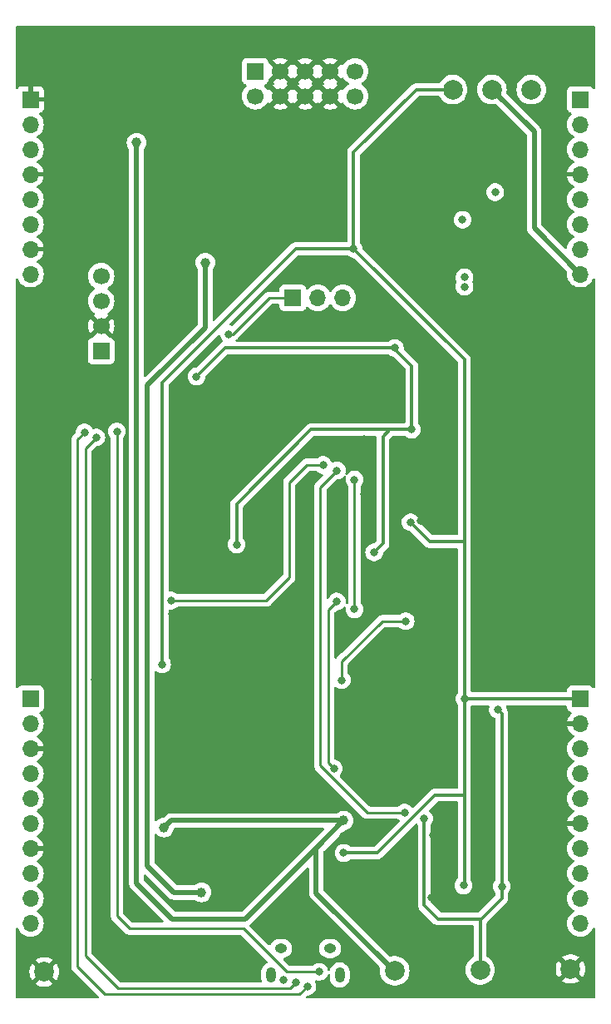
<source format=gbr>
%TF.GenerationSoftware,KiCad,Pcbnew,8.0.8*%
%TF.CreationDate,2025-01-17T17:44:17+00:00*%
%TF.ProjectId,Spectralist_Components,53706563-7472-4616-9c69-73745f436f6d,rev?*%
%TF.SameCoordinates,Original*%
%TF.FileFunction,Copper,L1,Top*%
%TF.FilePolarity,Positive*%
%FSLAX46Y46*%
G04 Gerber Fmt 4.6, Leading zero omitted, Abs format (unit mm)*
G04 Created by KiCad (PCBNEW 8.0.8) date 2025-01-17 17:44:17*
%MOMM*%
%LPD*%
G01*
G04 APERTURE LIST*
%TA.AperFunction,ComponentPad*%
%ADD10R,1.700000X1.700000*%
%TD*%
%TA.AperFunction,ComponentPad*%
%ADD11O,1.700000X1.700000*%
%TD*%
%TA.AperFunction,ComponentPad*%
%ADD12C,2.000000*%
%TD*%
%TA.AperFunction,ComponentPad*%
%ADD13O,1.250000X0.950000*%
%TD*%
%TA.AperFunction,ComponentPad*%
%ADD14O,1.000000X1.550000*%
%TD*%
%TA.AperFunction,ComponentPad*%
%ADD15C,1.700000*%
%TD*%
%TA.AperFunction,ViaPad*%
%ADD16C,0.800000*%
%TD*%
%TA.AperFunction,ViaPad*%
%ADD17C,1.000000*%
%TD*%
%TA.AperFunction,Conductor*%
%ADD18C,0.250000*%
%TD*%
%TA.AperFunction,Conductor*%
%ADD19C,0.500000*%
%TD*%
%TA.AperFunction,Conductor*%
%ADD20C,0.300000*%
%TD*%
G04 APERTURE END LIST*
D10*
%TO.P,J7,1,Pin_1*%
%TO.N,/SPI3_NSS*%
X128725000Y-78200000D03*
D11*
%TO.P,J7,2,Pin_2*%
%TO.N,/UART_TX*%
X131265000Y-78200000D03*
%TO.P,J7,3,Pin_3*%
%TO.N,/UART_RX*%
X133805000Y-78200000D03*
%TD*%
D10*
%TO.P,J2,1,Pin_1*%
%TO.N,+3.3V*%
X158000000Y-58000000D03*
D11*
%TO.P,J2,2,Pin_2*%
%TO.N,/Filter_Mode*%
X158000000Y-60540000D03*
%TO.P,J2,3,Pin_3*%
%TO.N,/Harmonic_Mode*%
X158000000Y-63080000D03*
%TO.P,J2,4,Pin_4*%
%TO.N,GND*%
X158000000Y-65620000D03*
%TO.P,J2,5,Pin_5*%
%TO.N,/Octave_Btn*%
X158000000Y-68160000D03*
%TO.P,J2,6,Pin_6*%
%TO.N,/Filter_A_Pot*%
X158000000Y-70700000D03*
%TO.P,J2,7,Pin_7*%
%TO.N,/Filter_A_Trm*%
X158000000Y-73240000D03*
%TO.P,J2,8,Pin_8*%
%TO.N,+12V*%
X158000000Y-75780000D03*
%TD*%
D10*
%TO.P,J4,1,Pin_1*%
%TO.N,+3.3VA*%
X158000000Y-119000000D03*
D11*
%TO.P,J4,2,Pin_2*%
%TO.N,GND*%
X158000000Y-121540000D03*
%TO.P,J4,3,Pin_3*%
%TO.N,/Harm_Stretch_CV_In*%
X158000000Y-124080000D03*
%TO.P,J4,4,Pin_4*%
%TO.N,/Pitch_CV_In*%
X158000000Y-126620000D03*
%TO.P,J4,5,Pin_5*%
%TO.N,/Filter_Slope_CV_In*%
X158000000Y-129160000D03*
%TO.P,J4,6,Pin_6*%
%TO.N,GND*%
X158000000Y-131700000D03*
%TO.P,J4,7,Pin_7*%
%TO.N,/Filter_A_CV_In*%
X158000000Y-134240000D03*
%TO.P,J4,8,Pin_8*%
%TO.N,/Harm_Warp_CV_In*%
X158000000Y-136780000D03*
%TO.P,J4,9,Pin_9*%
%TO.N,/Pan_CV_In*%
X158000000Y-139320000D03*
%TO.P,J4,10,Pin_10*%
%TO.N,/Filter_B_CV_In*%
X158000000Y-141860000D03*
%TD*%
D10*
%TO.P,J1,1,Pin_1*%
%TO.N,GND*%
X102000000Y-58000000D03*
D11*
%TO.P,J1,2,Pin_2*%
%TO.N,/LED_SCL*%
X102000000Y-60540000D03*
%TO.P,J1,3,Pin_3*%
%TO.N,/LED_SDA*%
X102000000Y-63080000D03*
%TO.P,J1,4,Pin_4*%
%TO.N,GND*%
X102000000Y-65620000D03*
%TO.P,J1,5,Pin_5*%
%TO.N,/LED_Filter_A_Out*%
X102000000Y-68160000D03*
%TO.P,J1,6,Pin_6*%
%TO.N,/LED_Oct_Out*%
X102000000Y-70700000D03*
%TO.P,J1,7,Pin_7*%
%TO.N,GND*%
X102000000Y-73240000D03*
%TO.P,J1,8,Pin_8*%
%TO.N,/LED_Filter_B_Out*%
X102000000Y-75780000D03*
%TD*%
D10*
%TO.P,J3,1,Pin_1*%
%TO.N,/Filter_B_Trm*%
X102000000Y-119000000D03*
D11*
%TO.P,J3,2,Pin_2*%
%TO.N,/Audio_Out_L*%
X102000000Y-121540000D03*
%TO.P,J3,3,Pin_3*%
%TO.N,GND*%
X102000000Y-124080000D03*
%TO.P,J3,4,Pin_4*%
%TO.N,/Audio_Out_R*%
X102000000Y-126620000D03*
%TO.P,J3,5,Pin_5*%
%TO.N,/Filter_B_Pot*%
X102000000Y-129160000D03*
%TO.P,J3,6,Pin_6*%
%TO.N,/Filter_Slope_Pot*%
X102000000Y-131700000D03*
%TO.P,J3,7,Pin_7*%
%TO.N,GND*%
X102000000Y-134240000D03*
%TO.P,J3,8,Pin_8*%
%TO.N,/Harm_Warp_Pot*%
X102000000Y-136780000D03*
%TO.P,J3,9,Pin_9*%
%TO.N,/Harm_Stretch_Trm*%
X102000000Y-139320000D03*
%TO.P,J3,10,Pin_10*%
%TO.N,/Harm_Stretch_Pot*%
X102000000Y-141860000D03*
%TD*%
D12*
%TO.P,TP8,1,1*%
%TO.N,GND*%
X157000000Y-146500000D03*
%TD*%
%TO.P,TP6,1,1*%
%TO.N,+3.3VA*%
X145000000Y-57000000D03*
%TD*%
%TO.P,TP5,1,1*%
%TO.N,+3.3V*%
X153000000Y-57000000D03*
%TD*%
%TO.P,TP2,1,1*%
%TO.N,+12V*%
X149000000Y-57000000D03*
%TD*%
%TO.P,TP3,1,1*%
%TO.N,-12V*%
X139100000Y-146700000D03*
%TD*%
%TO.P,TP7,1,1*%
%TO.N,/-5V_REF*%
X147800000Y-146600000D03*
%TD*%
D13*
%TO.P,J8,*%
%TO.N,*%
X132500000Y-144415000D03*
X127500000Y-144415000D03*
D14*
X126500000Y-147115000D03*
%TO.P,J8,6,Shield*%
%TO.N,unconnected-(J8-Shield-Pad6)*%
X133500000Y-147115000D03*
%TD*%
D10*
%TO.P,J5,1,Pin_1*%
%TO.N,/-12V_IN*%
X124900000Y-55125000D03*
D15*
%TO.P,J5,2,Pin_2*%
X124900000Y-57665000D03*
%TO.P,J5,3,Pin_3*%
%TO.N,GND*%
X127440000Y-55125000D03*
%TO.P,J5,4,Pin_4*%
X127440000Y-57665000D03*
%TO.P,J5,5,Pin_5*%
X129980000Y-55125000D03*
%TO.P,J5,6,Pin_6*%
X129980000Y-57665000D03*
%TO.P,J5,7,Pin_7*%
X132520000Y-55125000D03*
%TO.P,J5,8,Pin_8*%
X132520000Y-57665000D03*
%TO.P,J5,9,Pin_9*%
%TO.N,/+12V_IN*%
X135060000Y-55125000D03*
%TO.P,J5,10,Pin_10*%
X135060000Y-57665000D03*
%TD*%
D12*
%TO.P,TP4,1,1*%
%TO.N,GND*%
X103400000Y-146800000D03*
%TD*%
D10*
%TO.P,J6,1,Pin_1*%
%TO.N,+3.3V*%
X109200000Y-83600000D03*
D15*
%TO.P,J6,2,Pin_2*%
%TO.N,GND*%
X109200000Y-81060000D03*
%TO.P,J6,3,Pin_3*%
%TO.N,/SWIO*%
X109200000Y-78520000D03*
%TO.P,J6,4,Pin_4*%
%TO.N,/SWCLK*%
X109200000Y-75980000D03*
%TD*%
D16*
%TO.N,/SPI3_NSS*%
X122200000Y-81900000D03*
D17*
%TO.N,+12V*%
X119800000Y-74600000D03*
X119400000Y-138700000D03*
D16*
%TO.N,GND*%
X145400000Y-80700000D03*
X155000000Y-59900000D03*
X108984980Y-123257773D03*
X114200000Y-56600000D03*
X116436397Y-135863603D03*
X120200000Y-101200000D03*
X123300000Y-112700000D03*
X136400000Y-72000000D03*
X108787500Y-118400000D03*
X143400000Y-67380000D03*
X119900000Y-116000000D03*
X109200000Y-107200000D03*
X122900000Y-85700000D03*
X127800000Y-147600000D03*
X124800000Y-110400000D03*
X124400000Y-129700000D03*
X158200000Y-78300000D03*
X136700000Y-102244436D03*
X137125000Y-105910460D03*
X148000000Y-113100000D03*
X115100000Y-62700000D03*
X154800000Y-69500000D03*
X122700000Y-76200000D03*
X122587500Y-119200000D03*
X138700000Y-127600000D03*
X151800000Y-125500000D03*
X141750000Y-100900000D03*
X141800000Y-95800000D03*
X143900000Y-98100000D03*
X116400000Y-110400000D03*
X133900000Y-133000000D03*
X117800000Y-133400000D03*
X124500000Y-99600000D03*
X147700000Y-68550000D03*
X106000000Y-91000000D03*
X141300000Y-112300000D03*
X130900000Y-93500000D03*
X123400000Y-146100000D03*
X120300000Y-97300000D03*
X124100000Y-119100000D03*
X143000000Y-71580000D03*
X139100000Y-81600000D03*
X108600000Y-138000000D03*
X108557353Y-117030147D03*
X120400000Y-88200000D03*
X105200000Y-120100000D03*
X143900000Y-99900000D03*
X109900000Y-90700000D03*
X151600000Y-74300000D03*
X148700000Y-60200000D03*
X100900000Y-78200000D03*
X118584740Y-122038449D03*
X138000000Y-114700000D03*
X111400000Y-67700000D03*
X133400000Y-97700000D03*
X117400000Y-86500000D03*
X155400000Y-134100000D03*
X135100000Y-127100000D03*
X136000000Y-92600000D03*
X136800000Y-80000000D03*
X120500000Y-92600000D03*
X124000000Y-106600000D03*
X136000000Y-98200000D03*
X148000000Y-126900000D03*
X137750000Y-67867500D03*
X116600000Y-88200000D03*
X108787500Y-120200000D03*
X125600000Y-71900000D03*
X137800000Y-137900000D03*
X129200000Y-142200000D03*
X112800000Y-54500000D03*
X121525000Y-67400000D03*
X147588603Y-64038603D03*
X116700000Y-98200000D03*
X139000000Y-74300000D03*
X141800000Y-83900000D03*
X144550000Y-89775000D03*
X134300000Y-88200000D03*
X143000000Y-132900000D03*
X101100000Y-111200000D03*
X140300000Y-109300000D03*
X147700000Y-67450000D03*
X142859505Y-139273553D03*
X122225000Y-71900000D03*
X125800000Y-67700000D03*
X127200000Y-84500000D03*
X153200000Y-81100000D03*
X114300000Y-76000000D03*
X120100000Y-124900000D03*
X138200000Y-131800000D03*
X125600000Y-88000000D03*
X115930147Y-121057353D03*
X109100000Y-130380029D03*
X142900000Y-118700000D03*
X140900000Y-62680000D03*
X133700000Y-110600000D03*
X158500000Y-54100000D03*
X110800000Y-62600000D03*
X157500000Y-115500000D03*
X130300000Y-96900000D03*
X134000000Y-84400000D03*
X147800002Y-93699998D03*
X137600000Y-66400000D03*
X142800000Y-121500000D03*
X148136397Y-71586397D03*
X139100000Y-65780000D03*
X137300000Y-86100000D03*
X134700000Y-81600000D03*
X131800000Y-148500000D03*
X137900000Y-120000000D03*
X116725000Y-71000000D03*
X115500000Y-117400000D03*
X148900000Y-105400000D03*
X143900000Y-77700000D03*
X125433794Y-106533794D03*
D17*
%TO.N,-12V*%
X115600000Y-132100000D03*
X112800000Y-62400000D03*
X133900000Y-131400000D03*
D16*
%TO.N,+3.3VA*%
X115400000Y-115500000D03*
X133900000Y-134700000D03*
X146200000Y-119000006D03*
X140709208Y-101038772D03*
X146100000Y-138000000D03*
X134900000Y-73200000D03*
%TO.N,/VSW*%
X146200000Y-77050000D03*
X149332353Y-67432353D03*
X146000000Y-70250000D03*
X146200000Y-76100000D03*
%TO.N,+3.3V*%
X123000000Y-103300000D03*
X139100000Y-83300000D03*
X140825000Y-91600000D03*
X137000000Y-104100000D03*
X118900000Y-86200000D03*
%TO.N,/Filter_B_Trm*%
X131800000Y-95200000D03*
X116300000Y-109000000D03*
%TO.N,/Harm_Stretch_CV_In*%
X140200000Y-111100000D03*
X133700000Y-117100002D03*
%TO.N,/Harm_Warp_CV*%
X133200000Y-109100000D03*
X132900000Y-126100000D03*
%TO.N,/Pan_CV*%
X133200000Y-95775000D03*
X140100000Y-130600000D03*
%TO.N,/-5V_REF*%
X142100000Y-131200000D03*
X150000000Y-138100000D03*
X149600000Y-120100000D03*
%TO.N,/Filter_A_CV*%
X135000000Y-109900000D03*
X135000000Y-96700000D03*
%TO.N,/USB_VBUS*%
X131400000Y-146800000D03*
X110800000Y-91800000D03*
%TO.N,/USB_D+*%
X129000000Y-147900000D03*
X108700000Y-92400000D03*
%TO.N,/USB_D-*%
X107500000Y-91900000D03*
X130200000Y-148300000D03*
%TD*%
D18*
%TO.N,/SPI3_NSS*%
X122200000Y-81900000D02*
X122600000Y-81900000D01*
X122600000Y-81900000D02*
X126300000Y-78200000D01*
X126300000Y-78200000D02*
X128725000Y-78200000D01*
D19*
%TO.N,+12V*%
X119800000Y-74600000D02*
X119800000Y-81200000D01*
X116600000Y-138700000D02*
X119400000Y-138700000D01*
X153300000Y-61300000D02*
X153300000Y-71080000D01*
X153300000Y-71080000D02*
X158000000Y-75780000D01*
X119800000Y-81200000D02*
X113900000Y-87100000D01*
X113900000Y-87100000D02*
X113900000Y-136000000D01*
X113900000Y-136000000D02*
X116600000Y-138700000D01*
X149000000Y-57000000D02*
X153300000Y-61300000D01*
%TO.N,-12V*%
X123900000Y-141400000D02*
X131100000Y-134200000D01*
X131100000Y-134200000D02*
X133900000Y-131400000D01*
X116300000Y-131400000D02*
X115600000Y-132100000D01*
X112800000Y-62400000D02*
X112800000Y-137800000D01*
X112800000Y-137800000D02*
X116400000Y-141400000D01*
X139000000Y-146700000D02*
X139100000Y-146700000D01*
X133900000Y-131400000D02*
X116300000Y-131400000D01*
X116400000Y-141400000D02*
X123900000Y-141400000D01*
X131100000Y-134200000D02*
X131100000Y-138800000D01*
X131100000Y-138800000D02*
X139000000Y-146700000D01*
D20*
%TO.N,+3.3VA*%
X143200000Y-128800000D02*
X137300000Y-134700000D01*
X146200000Y-118200000D02*
X146200000Y-84500000D01*
X134900000Y-73200000D02*
X134900000Y-63400000D01*
X134900000Y-73200000D02*
X129000000Y-73200000D01*
X146200000Y-137900000D02*
X146100000Y-138000000D01*
X146100000Y-103000000D02*
X142670436Y-103000000D01*
X146200000Y-84500000D02*
X134900000Y-73200000D01*
X158000000Y-119000000D02*
X146200006Y-119000000D01*
X146200000Y-128800000D02*
X146200000Y-137900000D01*
X141300000Y-57000000D02*
X145000000Y-57000000D01*
X146200000Y-128800000D02*
X143200000Y-128800000D01*
X115400000Y-86800000D02*
X115400000Y-115500000D01*
X134900000Y-63400000D02*
X141300000Y-57000000D01*
D18*
X146200000Y-118400000D02*
X146200000Y-119000006D01*
D20*
X146200006Y-119000000D02*
X146200000Y-119000006D01*
X137300000Y-134700000D02*
X133900000Y-134700000D01*
X129000000Y-73200000D02*
X115400000Y-86800000D01*
X146200000Y-114400000D02*
X146200000Y-128800000D01*
X142670436Y-103000000D02*
X140709208Y-101038772D01*
%TO.N,+3.3V*%
X140825000Y-91600000D02*
X139000000Y-91600000D01*
X121800000Y-83300000D02*
X118900000Y-86200000D01*
X139000000Y-91600000D02*
X138600000Y-91600000D01*
X137900000Y-103200000D02*
X137000000Y-104100000D01*
X123000000Y-99200000D02*
X130600000Y-91600000D01*
X139100000Y-83300000D02*
X121800000Y-83300000D01*
X138600000Y-91600000D02*
X137900000Y-92300000D01*
X137900000Y-92300000D02*
X137900000Y-103200000D01*
X123000000Y-103300000D02*
X123000000Y-99200000D01*
X140825000Y-85125000D02*
X140825000Y-91600000D01*
X130600000Y-91600000D02*
X139000000Y-91600000D01*
X139100000Y-83400000D02*
X140825000Y-85125000D01*
X139100000Y-83300000D02*
X139100000Y-83400000D01*
D18*
%TO.N,/Filter_B_Trm*%
X128350000Y-106650000D02*
X126000000Y-109000000D01*
X126000000Y-109000000D02*
X116300000Y-109000000D01*
X130100000Y-95200000D02*
X128350000Y-96950000D01*
X131800000Y-95200000D02*
X130100000Y-95200000D01*
X128350000Y-96950000D02*
X128350000Y-106650000D01*
%TO.N,/Harm_Stretch_CV_In*%
X133700000Y-117100002D02*
X133700000Y-115200000D01*
X133700000Y-115200000D02*
X137800000Y-111100000D01*
X137800000Y-111100000D02*
X140200000Y-111100000D01*
%TO.N,/Harm_Warp_CV*%
X132325000Y-109975000D02*
X133200000Y-109100000D01*
X132900000Y-126100000D02*
X132325000Y-125525000D01*
X132325000Y-125525000D02*
X132325000Y-109975000D01*
%TO.N,/Pan_CV*%
X136300000Y-130600000D02*
X140100000Y-130600000D01*
X131500000Y-125800000D02*
X136300000Y-130600000D01*
X133200000Y-95775000D02*
X131500000Y-97475000D01*
X131500000Y-97475000D02*
X131500000Y-125800000D01*
D20*
%TO.N,/-5V_REF*%
X147700000Y-141400000D02*
X147800000Y-141500000D01*
X147700000Y-141400000D02*
X147900000Y-141400000D01*
X142100000Y-131200000D02*
X142100000Y-140000000D01*
X147500000Y-141400000D02*
X147700000Y-141400000D01*
X147800000Y-141500000D02*
X147800000Y-146600000D01*
X142100000Y-140000000D02*
X143500000Y-141400000D01*
X150000000Y-139300000D02*
X150000000Y-120500000D01*
X143500000Y-141400000D02*
X147500000Y-141400000D01*
X150000000Y-120500000D02*
X149600000Y-120100000D01*
X147900000Y-141400000D02*
X150000000Y-139300000D01*
D18*
%TO.N,/Filter_A_CV*%
X135000000Y-109900000D02*
X135000000Y-96700000D01*
%TO.N,/USB_VBUS*%
X112100000Y-142400000D02*
X110800000Y-141100000D01*
X110800000Y-141100000D02*
X110800000Y-91800000D01*
X131400000Y-146800000D02*
X128100000Y-146800000D01*
X128100000Y-146800000D02*
X123700000Y-142400000D01*
X123700000Y-142400000D02*
X112100000Y-142400000D01*
%TO.N,/USB_D+*%
X107600000Y-93500000D02*
X108700000Y-92400000D01*
X129000000Y-147900000D02*
X128400000Y-148500000D01*
X107600000Y-145200000D02*
X107600000Y-93500000D01*
X128400000Y-148500000D02*
X110900000Y-148500000D01*
X110900000Y-148500000D02*
X107600000Y-145200000D01*
%TO.N,/USB_D-*%
X129400000Y-149100000D02*
X130200000Y-148300000D01*
X109600000Y-149100000D02*
X129400000Y-149100000D01*
X106800000Y-146300000D02*
X109600000Y-149100000D01*
X106800000Y-146300000D02*
X106800000Y-92600000D01*
X106800000Y-92600000D02*
X107500000Y-91900000D01*
%TD*%
%TA.AperFunction,Conductor*%
%TO.N,GND*%
G36*
X126974075Y-55317993D02*
G01*
X127039901Y-55432007D01*
X127132993Y-55525099D01*
X127247007Y-55590925D01*
X127310591Y-55607962D01*
X126678626Y-56239926D01*
X126755031Y-56293426D01*
X126798656Y-56348003D01*
X126805848Y-56417501D01*
X126774326Y-56479856D01*
X126755030Y-56496575D01*
X126678627Y-56550072D01*
X126678626Y-56550073D01*
X127310591Y-57182037D01*
X127247007Y-57199075D01*
X127132993Y-57264901D01*
X127039901Y-57357993D01*
X126974075Y-57472007D01*
X126957037Y-57535590D01*
X126325073Y-56903626D01*
X126325072Y-56903627D01*
X126271880Y-56979595D01*
X126217303Y-57023220D01*
X126147805Y-57030414D01*
X126085450Y-56998891D01*
X126068730Y-56979595D01*
X125938496Y-56793600D01*
X125897071Y-56752175D01*
X125816567Y-56671671D01*
X125783084Y-56610351D01*
X125788068Y-56540659D01*
X125829939Y-56484725D01*
X125860915Y-56467810D01*
X125992331Y-56418796D01*
X126107546Y-56332546D01*
X126193796Y-56217331D01*
X126244091Y-56082483D01*
X126250500Y-56022873D01*
X126250499Y-56012313D01*
X126270179Y-55945276D01*
X126286818Y-55924627D01*
X126957037Y-55254408D01*
X126974075Y-55317993D01*
G37*
%TD.AperFunction*%
%TA.AperFunction,Conductor*%
G36*
X129514075Y-55317993D02*
G01*
X129579901Y-55432007D01*
X129672993Y-55525099D01*
X129787007Y-55590925D01*
X129850591Y-55607962D01*
X129218626Y-56239926D01*
X129295031Y-56293426D01*
X129338656Y-56348003D01*
X129345848Y-56417501D01*
X129314326Y-56479856D01*
X129295030Y-56496575D01*
X129218627Y-56550072D01*
X129218626Y-56550073D01*
X129850591Y-57182037D01*
X129787007Y-57199075D01*
X129672993Y-57264901D01*
X129579901Y-57357993D01*
X129514075Y-57472007D01*
X129497037Y-57535590D01*
X128865073Y-56903626D01*
X128865073Y-56903627D01*
X128811575Y-56980031D01*
X128756999Y-57023656D01*
X128687500Y-57030850D01*
X128625145Y-56999327D01*
X128608425Y-56980032D01*
X128554925Y-56903626D01*
X127922962Y-57535590D01*
X127905925Y-57472007D01*
X127840099Y-57357993D01*
X127747007Y-57264901D01*
X127632993Y-57199075D01*
X127569409Y-57182037D01*
X128201372Y-56550073D01*
X128124969Y-56496575D01*
X128081344Y-56441998D01*
X128074152Y-56372499D01*
X128105674Y-56310144D01*
X128124968Y-56293426D01*
X128201371Y-56239925D01*
X127569408Y-55607962D01*
X127632993Y-55590925D01*
X127747007Y-55525099D01*
X127840099Y-55432007D01*
X127905925Y-55317993D01*
X127922962Y-55254408D01*
X128554925Y-55886371D01*
X128608426Y-55809968D01*
X128663004Y-55766344D01*
X128732502Y-55759152D01*
X128794856Y-55790675D01*
X128811575Y-55809969D01*
X128865073Y-55886372D01*
X129497037Y-55254408D01*
X129514075Y-55317993D01*
G37*
%TD.AperFunction*%
%TA.AperFunction,Conductor*%
G36*
X132054075Y-55317993D02*
G01*
X132119901Y-55432007D01*
X132212993Y-55525099D01*
X132327007Y-55590925D01*
X132390591Y-55607962D01*
X131758626Y-56239926D01*
X131835031Y-56293426D01*
X131878656Y-56348003D01*
X131885848Y-56417501D01*
X131854326Y-56479856D01*
X131835030Y-56496575D01*
X131758627Y-56550072D01*
X131758626Y-56550073D01*
X132390591Y-57182037D01*
X132327007Y-57199075D01*
X132212993Y-57264901D01*
X132119901Y-57357993D01*
X132054075Y-57472007D01*
X132037037Y-57535590D01*
X131405073Y-56903626D01*
X131405073Y-56903627D01*
X131351575Y-56980031D01*
X131296999Y-57023656D01*
X131227500Y-57030850D01*
X131165145Y-56999327D01*
X131148425Y-56980032D01*
X131094925Y-56903626D01*
X130462962Y-57535590D01*
X130445925Y-57472007D01*
X130380099Y-57357993D01*
X130287007Y-57264901D01*
X130172993Y-57199075D01*
X130109409Y-57182037D01*
X130741372Y-56550073D01*
X130664969Y-56496575D01*
X130621344Y-56441998D01*
X130614152Y-56372499D01*
X130645674Y-56310144D01*
X130664968Y-56293426D01*
X130741371Y-56239925D01*
X130109408Y-55607962D01*
X130172993Y-55590925D01*
X130287007Y-55525099D01*
X130380099Y-55432007D01*
X130445925Y-55317993D01*
X130462962Y-55254408D01*
X131094925Y-55886371D01*
X131148426Y-55809968D01*
X131203004Y-55766344D01*
X131272502Y-55759152D01*
X131334856Y-55790675D01*
X131351575Y-55809969D01*
X131405073Y-55886372D01*
X132037037Y-55254408D01*
X132054075Y-55317993D01*
G37*
%TD.AperFunction*%
%TA.AperFunction,Conductor*%
G36*
X133634925Y-55886371D02*
G01*
X133688120Y-55810404D01*
X133742697Y-55766780D01*
X133812196Y-55759588D01*
X133874550Y-55791111D01*
X133891268Y-55810404D01*
X134021505Y-55996401D01*
X134021506Y-55996402D01*
X134188597Y-56163493D01*
X134188603Y-56163498D01*
X134374158Y-56293425D01*
X134417783Y-56348002D01*
X134424977Y-56417500D01*
X134393454Y-56479855D01*
X134374158Y-56496575D01*
X134188597Y-56626505D01*
X134021508Y-56793594D01*
X133891269Y-56979595D01*
X133836692Y-57023219D01*
X133767193Y-57030412D01*
X133704839Y-56998890D01*
X133688119Y-56979595D01*
X133634925Y-56903626D01*
X133002962Y-57535590D01*
X132985925Y-57472007D01*
X132920099Y-57357993D01*
X132827007Y-57264901D01*
X132712993Y-57199075D01*
X132649409Y-57182037D01*
X133281372Y-56550073D01*
X133204969Y-56496575D01*
X133161344Y-56441998D01*
X133154152Y-56372499D01*
X133185674Y-56310144D01*
X133204968Y-56293426D01*
X133281371Y-56239925D01*
X132649408Y-55607962D01*
X132712993Y-55590925D01*
X132827007Y-55525099D01*
X132920099Y-55432007D01*
X132985925Y-55317993D01*
X133002962Y-55254408D01*
X133634925Y-55886371D01*
G37*
%TD.AperFunction*%
%TA.AperFunction,Conductor*%
G36*
X159442539Y-50520185D02*
G01*
X159488294Y-50572989D01*
X159499500Y-50624500D01*
X159499500Y-56809897D01*
X159479815Y-56876936D01*
X159427011Y-56922691D01*
X159357853Y-56932635D01*
X159294297Y-56903610D01*
X159276234Y-56884208D01*
X159207547Y-56792455D01*
X159207544Y-56792452D01*
X159092335Y-56706206D01*
X159092328Y-56706202D01*
X158957482Y-56655908D01*
X158957483Y-56655908D01*
X158897883Y-56649501D01*
X158897881Y-56649500D01*
X158897873Y-56649500D01*
X158897864Y-56649500D01*
X157102129Y-56649500D01*
X157102123Y-56649501D01*
X157042516Y-56655908D01*
X156907671Y-56706202D01*
X156907664Y-56706206D01*
X156792455Y-56792452D01*
X156792452Y-56792455D01*
X156706206Y-56907664D01*
X156706202Y-56907671D01*
X156655908Y-57042517D01*
X156649501Y-57102116D01*
X156649500Y-57102135D01*
X156649500Y-58897870D01*
X156649501Y-58897876D01*
X156655908Y-58957483D01*
X156706202Y-59092328D01*
X156706206Y-59092335D01*
X156792452Y-59207544D01*
X156792455Y-59207547D01*
X156907664Y-59293793D01*
X156907671Y-59293797D01*
X157039081Y-59342810D01*
X157095015Y-59384681D01*
X157119432Y-59450145D01*
X157104580Y-59518418D01*
X157083430Y-59546673D01*
X156961503Y-59668600D01*
X156825965Y-59862169D01*
X156825964Y-59862171D01*
X156726098Y-60076335D01*
X156726094Y-60076344D01*
X156664938Y-60304586D01*
X156664936Y-60304596D01*
X156644341Y-60539999D01*
X156644341Y-60540000D01*
X156664936Y-60775403D01*
X156664938Y-60775413D01*
X156726094Y-61003655D01*
X156726096Y-61003659D01*
X156726097Y-61003663D01*
X156762201Y-61081087D01*
X156825965Y-61217830D01*
X156825967Y-61217834D01*
X156961501Y-61411395D01*
X156961506Y-61411402D01*
X157128597Y-61578493D01*
X157128603Y-61578498D01*
X157314158Y-61708425D01*
X157357783Y-61763002D01*
X157364977Y-61832500D01*
X157333454Y-61894855D01*
X157314158Y-61911575D01*
X157128597Y-62041505D01*
X156961505Y-62208597D01*
X156825965Y-62402169D01*
X156825964Y-62402171D01*
X156726098Y-62616335D01*
X156726094Y-62616344D01*
X156664938Y-62844586D01*
X156664936Y-62844596D01*
X156644341Y-63079999D01*
X156644341Y-63080000D01*
X156664936Y-63315403D01*
X156664938Y-63315413D01*
X156726094Y-63543655D01*
X156726096Y-63543659D01*
X156726097Y-63543663D01*
X156784751Y-63669446D01*
X156825965Y-63757830D01*
X156825967Y-63757834D01*
X156961501Y-63951395D01*
X156961506Y-63951402D01*
X157128597Y-64118493D01*
X157128603Y-64118498D01*
X157314594Y-64248730D01*
X157358219Y-64303307D01*
X157365413Y-64372805D01*
X157333890Y-64435160D01*
X157314595Y-64451880D01*
X157128922Y-64581890D01*
X157128920Y-64581891D01*
X156961891Y-64748920D01*
X156961886Y-64748926D01*
X156826400Y-64942420D01*
X156826399Y-64942422D01*
X156726570Y-65156507D01*
X156726567Y-65156513D01*
X156669364Y-65369999D01*
X156669364Y-65370000D01*
X157566988Y-65370000D01*
X157534075Y-65427007D01*
X157500000Y-65554174D01*
X157500000Y-65685826D01*
X157534075Y-65812993D01*
X157566988Y-65870000D01*
X156669364Y-65870000D01*
X156726567Y-66083486D01*
X156726570Y-66083492D01*
X156826399Y-66297578D01*
X156961894Y-66491082D01*
X157128917Y-66658105D01*
X157314595Y-66788119D01*
X157358219Y-66842696D01*
X157365412Y-66912195D01*
X157333890Y-66974549D01*
X157314595Y-66991269D01*
X157128594Y-67121508D01*
X156961505Y-67288597D01*
X156825965Y-67482169D01*
X156825964Y-67482171D01*
X156726098Y-67696335D01*
X156726094Y-67696344D01*
X156664938Y-67924586D01*
X156664936Y-67924596D01*
X156644341Y-68159999D01*
X156644341Y-68160000D01*
X156664936Y-68395403D01*
X156664938Y-68395413D01*
X156726094Y-68623655D01*
X156726096Y-68623659D01*
X156726097Y-68623663D01*
X156761319Y-68699196D01*
X156825965Y-68837830D01*
X156825967Y-68837834D01*
X156961501Y-69031395D01*
X156961506Y-69031402D01*
X157128597Y-69198493D01*
X157128603Y-69198498D01*
X157314158Y-69328425D01*
X157357783Y-69383002D01*
X157364977Y-69452500D01*
X157333454Y-69514855D01*
X157314158Y-69531575D01*
X157128597Y-69661505D01*
X156961505Y-69828597D01*
X156825965Y-70022169D01*
X156825964Y-70022171D01*
X156726098Y-70236335D01*
X156726094Y-70236344D01*
X156664938Y-70464586D01*
X156664936Y-70464596D01*
X156644341Y-70699999D01*
X156644341Y-70700000D01*
X156664936Y-70935403D01*
X156664938Y-70935413D01*
X156726094Y-71163655D01*
X156726096Y-71163659D01*
X156726097Y-71163663D01*
X156789165Y-71298913D01*
X156825965Y-71377830D01*
X156825967Y-71377834D01*
X156961501Y-71571395D01*
X156961506Y-71571402D01*
X157128597Y-71738493D01*
X157128603Y-71738498D01*
X157314158Y-71868425D01*
X157357783Y-71923002D01*
X157364977Y-71992500D01*
X157333454Y-72054855D01*
X157314158Y-72071575D01*
X157128597Y-72201505D01*
X156961505Y-72368597D01*
X156825965Y-72562169D01*
X156825964Y-72562171D01*
X156726098Y-72776335D01*
X156726094Y-72776344D01*
X156664938Y-73004586D01*
X156664936Y-73004596D01*
X156657624Y-73088174D01*
X156632171Y-73153243D01*
X156575580Y-73194221D01*
X156505818Y-73198099D01*
X156446415Y-73165047D01*
X154086819Y-70805451D01*
X154053334Y-70744128D01*
X154050500Y-70717770D01*
X154050500Y-61226079D01*
X154021659Y-61081092D01*
X154021658Y-61081091D01*
X154021658Y-61081087D01*
X154020875Y-61079196D01*
X153965087Y-60944511D01*
X153965080Y-60944498D01*
X153882952Y-60821585D01*
X153836770Y-60775403D01*
X153778416Y-60717049D01*
X150499381Y-57438014D01*
X150465896Y-57376691D01*
X150466857Y-57319891D01*
X150485106Y-57247829D01*
X150485107Y-57247824D01*
X150485108Y-57247821D01*
X150497177Y-57102172D01*
X150505643Y-57000005D01*
X150505643Y-56999994D01*
X151494357Y-56999994D01*
X151494357Y-57000005D01*
X151514890Y-57247812D01*
X151514892Y-57247824D01*
X151575936Y-57488881D01*
X151675826Y-57716606D01*
X151811833Y-57924782D01*
X151811836Y-57924785D01*
X151980256Y-58107738D01*
X152176491Y-58260474D01*
X152248767Y-58299588D01*
X152328671Y-58342830D01*
X152395190Y-58378828D01*
X152630386Y-58459571D01*
X152875665Y-58500500D01*
X153124335Y-58500500D01*
X153369614Y-58459571D01*
X153604810Y-58378828D01*
X153823509Y-58260474D01*
X154019744Y-58107738D01*
X154188164Y-57924785D01*
X154324173Y-57716607D01*
X154424063Y-57488881D01*
X154485108Y-57247821D01*
X154497177Y-57102172D01*
X154505643Y-57000005D01*
X154505643Y-56999994D01*
X154485109Y-56752187D01*
X154485107Y-56752175D01*
X154424063Y-56511118D01*
X154324173Y-56283393D01*
X154188164Y-56075215D01*
X154019744Y-55892262D01*
X153823509Y-55739526D01*
X153823507Y-55739525D01*
X153823506Y-55739524D01*
X153604811Y-55621172D01*
X153604802Y-55621169D01*
X153369616Y-55540429D01*
X153124335Y-55499500D01*
X152875665Y-55499500D01*
X152630383Y-55540429D01*
X152395197Y-55621169D01*
X152395188Y-55621172D01*
X152176493Y-55739524D01*
X151980257Y-55892261D01*
X151811836Y-56075215D01*
X151675826Y-56283393D01*
X151575936Y-56511118D01*
X151514892Y-56752175D01*
X151514890Y-56752187D01*
X151494357Y-56999994D01*
X150505643Y-56999994D01*
X150485109Y-56752187D01*
X150485107Y-56752175D01*
X150424063Y-56511118D01*
X150324173Y-56283393D01*
X150188164Y-56075215D01*
X150019744Y-55892262D01*
X149823509Y-55739526D01*
X149823507Y-55739525D01*
X149823506Y-55739524D01*
X149604811Y-55621172D01*
X149604802Y-55621169D01*
X149369616Y-55540429D01*
X149124335Y-55499500D01*
X148875665Y-55499500D01*
X148630383Y-55540429D01*
X148395197Y-55621169D01*
X148395188Y-55621172D01*
X148176493Y-55739524D01*
X147980257Y-55892261D01*
X147811836Y-56075215D01*
X147675826Y-56283393D01*
X147575936Y-56511118D01*
X147514892Y-56752175D01*
X147514890Y-56752187D01*
X147494357Y-56999994D01*
X147494357Y-57000005D01*
X147514890Y-57247812D01*
X147514892Y-57247824D01*
X147575936Y-57488881D01*
X147675826Y-57716606D01*
X147811833Y-57924782D01*
X147811836Y-57924785D01*
X147980256Y-58107738D01*
X148176491Y-58260474D01*
X148248767Y-58299588D01*
X148328671Y-58342830D01*
X148395190Y-58378828D01*
X148630386Y-58459571D01*
X148875665Y-58500500D01*
X149124335Y-58500500D01*
X149127331Y-58500000D01*
X149331158Y-58465988D01*
X149400523Y-58474370D01*
X149439248Y-58500616D01*
X152513181Y-61574548D01*
X152546666Y-61635871D01*
X152549500Y-61662229D01*
X152549500Y-71153918D01*
X152549500Y-71153920D01*
X152549499Y-71153920D01*
X152578340Y-71298907D01*
X152578343Y-71298917D01*
X152634913Y-71435490D01*
X152634914Y-71435492D01*
X152662742Y-71477139D01*
X152662743Y-71477141D01*
X152717043Y-71558410D01*
X152717047Y-71558415D01*
X156627130Y-75468498D01*
X156660615Y-75529821D01*
X156662977Y-75566986D01*
X156644341Y-75779997D01*
X156644341Y-75780000D01*
X156664936Y-76015403D01*
X156664938Y-76015413D01*
X156726094Y-76243655D01*
X156726096Y-76243659D01*
X156726097Y-76243663D01*
X156746893Y-76288259D01*
X156825965Y-76457830D01*
X156825967Y-76457834D01*
X156934281Y-76612521D01*
X156961505Y-76651401D01*
X157128599Y-76818495D01*
X157225384Y-76886265D01*
X157322165Y-76954032D01*
X157322167Y-76954033D01*
X157322170Y-76954035D01*
X157536337Y-77053903D01*
X157764592Y-77115063D01*
X157952918Y-77131539D01*
X157999999Y-77135659D01*
X158000000Y-77135659D01*
X158000001Y-77135659D01*
X158039234Y-77132226D01*
X158235408Y-77115063D01*
X158463663Y-77053903D01*
X158677830Y-76954035D01*
X158871401Y-76818495D01*
X159038495Y-76651401D01*
X159174035Y-76457830D01*
X159263118Y-76266790D01*
X159309290Y-76214352D01*
X159376484Y-76195200D01*
X159443365Y-76215416D01*
X159488700Y-76268581D01*
X159499500Y-76319196D01*
X159499500Y-117809897D01*
X159479815Y-117876936D01*
X159427011Y-117922691D01*
X159357853Y-117932635D01*
X159294297Y-117903610D01*
X159276234Y-117884208D01*
X159207547Y-117792455D01*
X159207544Y-117792452D01*
X159092335Y-117706206D01*
X159092328Y-117706202D01*
X158957482Y-117655908D01*
X158957483Y-117655908D01*
X158897883Y-117649501D01*
X158897881Y-117649500D01*
X158897873Y-117649500D01*
X158897864Y-117649500D01*
X157102129Y-117649500D01*
X157102123Y-117649501D01*
X157042516Y-117655908D01*
X156907671Y-117706202D01*
X156907664Y-117706206D01*
X156792455Y-117792452D01*
X156792452Y-117792455D01*
X156706206Y-117907664D01*
X156706202Y-117907671D01*
X156655908Y-118042517D01*
X156649501Y-118102116D01*
X156649501Y-118102123D01*
X156649500Y-118102135D01*
X156649500Y-118225500D01*
X156629815Y-118292539D01*
X156577011Y-118338294D01*
X156525500Y-118349500D01*
X146974500Y-118349500D01*
X146907461Y-118329815D01*
X146861706Y-118277011D01*
X146850500Y-118225500D01*
X146850500Y-84435928D01*
X146825502Y-84310261D01*
X146825501Y-84310260D01*
X146825501Y-84310256D01*
X146776465Y-84191873D01*
X146776464Y-84191871D01*
X146755933Y-84161143D01*
X146755933Y-84161142D01*
X146705279Y-84085334D01*
X146705273Y-84085326D01*
X138719946Y-76100000D01*
X145294540Y-76100000D01*
X145314326Y-76288256D01*
X145314327Y-76288259D01*
X145372821Y-76468285D01*
X145398637Y-76513000D01*
X145415110Y-76580900D01*
X145398637Y-76637000D01*
X145372821Y-76681714D01*
X145317686Y-76851402D01*
X145314326Y-76861744D01*
X145294540Y-77050000D01*
X145314326Y-77238256D01*
X145314327Y-77238259D01*
X145372818Y-77418277D01*
X145372821Y-77418284D01*
X145467467Y-77582216D01*
X145527237Y-77648597D01*
X145594129Y-77722888D01*
X145747265Y-77834148D01*
X145747270Y-77834151D01*
X145920192Y-77911142D01*
X145920197Y-77911144D01*
X146105354Y-77950500D01*
X146105355Y-77950500D01*
X146294644Y-77950500D01*
X146294646Y-77950500D01*
X146479803Y-77911144D01*
X146652730Y-77834151D01*
X146805871Y-77722888D01*
X146932533Y-77582216D01*
X147027179Y-77418284D01*
X147085674Y-77238256D01*
X147105460Y-77050000D01*
X147085674Y-76861744D01*
X147027179Y-76681716D01*
X147001361Y-76636999D01*
X146984888Y-76569101D01*
X147001362Y-76513000D01*
X147027179Y-76468284D01*
X147085674Y-76288256D01*
X147105460Y-76100000D01*
X147085674Y-75911744D01*
X147027179Y-75731716D01*
X146932533Y-75567784D01*
X146805871Y-75427112D01*
X146805870Y-75427111D01*
X146652734Y-75315851D01*
X146652729Y-75315848D01*
X146479807Y-75238857D01*
X146479802Y-75238855D01*
X146334001Y-75207865D01*
X146294646Y-75199500D01*
X146105354Y-75199500D01*
X146072897Y-75206398D01*
X145920197Y-75238855D01*
X145920192Y-75238857D01*
X145747270Y-75315848D01*
X145747265Y-75315851D01*
X145594129Y-75427111D01*
X145467466Y-75567785D01*
X145372821Y-75731715D01*
X145372818Y-75731722D01*
X145357132Y-75780000D01*
X145314326Y-75911744D01*
X145294540Y-76100000D01*
X138719946Y-76100000D01*
X135834808Y-73214862D01*
X135801323Y-73153539D01*
X135799168Y-73140141D01*
X135793706Y-73088174D01*
X135785674Y-73011744D01*
X135735045Y-72855925D01*
X135727181Y-72831722D01*
X135727180Y-72831721D01*
X135727179Y-72831716D01*
X135632533Y-72667784D01*
X135582350Y-72612050D01*
X135552120Y-72549058D01*
X135550500Y-72529078D01*
X135550500Y-70250000D01*
X145094540Y-70250000D01*
X145114326Y-70438256D01*
X145114327Y-70438259D01*
X145172818Y-70618277D01*
X145172821Y-70618284D01*
X145267467Y-70782216D01*
X145394129Y-70922888D01*
X145547265Y-71034148D01*
X145547270Y-71034151D01*
X145720192Y-71111142D01*
X145720197Y-71111144D01*
X145905354Y-71150500D01*
X145905355Y-71150500D01*
X146094644Y-71150500D01*
X146094646Y-71150500D01*
X146279803Y-71111144D01*
X146452730Y-71034151D01*
X146605871Y-70922888D01*
X146732533Y-70782216D01*
X146827179Y-70618284D01*
X146885674Y-70438256D01*
X146905460Y-70250000D01*
X146885674Y-70061744D01*
X146827179Y-69881716D01*
X146732533Y-69717784D01*
X146605871Y-69577112D01*
X146605870Y-69577111D01*
X146452734Y-69465851D01*
X146452729Y-69465848D01*
X146279807Y-69388857D01*
X146279802Y-69388855D01*
X146134001Y-69357865D01*
X146094646Y-69349500D01*
X145905354Y-69349500D01*
X145872897Y-69356398D01*
X145720197Y-69388855D01*
X145720192Y-69388857D01*
X145547270Y-69465848D01*
X145547265Y-69465851D01*
X145394129Y-69577111D01*
X145267466Y-69717785D01*
X145172821Y-69881715D01*
X145172818Y-69881722D01*
X145127184Y-70022171D01*
X145114326Y-70061744D01*
X145094540Y-70250000D01*
X135550500Y-70250000D01*
X135550500Y-67432353D01*
X148426893Y-67432353D01*
X148446679Y-67620609D01*
X148446680Y-67620612D01*
X148505171Y-67800630D01*
X148505174Y-67800637D01*
X148599820Y-67964569D01*
X148726482Y-68105241D01*
X148879618Y-68216501D01*
X148879623Y-68216504D01*
X149052545Y-68293495D01*
X149052550Y-68293497D01*
X149237707Y-68332853D01*
X149237708Y-68332853D01*
X149426997Y-68332853D01*
X149426999Y-68332853D01*
X149612156Y-68293497D01*
X149785083Y-68216504D01*
X149938224Y-68105241D01*
X150064886Y-67964569D01*
X150159532Y-67800637D01*
X150218027Y-67620609D01*
X150237813Y-67432353D01*
X150218027Y-67244097D01*
X150159532Y-67064069D01*
X150064886Y-66900137D01*
X149938224Y-66759465D01*
X149938223Y-66759464D01*
X149785087Y-66648204D01*
X149785082Y-66648201D01*
X149612160Y-66571210D01*
X149612155Y-66571208D01*
X149466354Y-66540218D01*
X149426999Y-66531853D01*
X149237707Y-66531853D01*
X149205250Y-66538751D01*
X149052550Y-66571208D01*
X149052545Y-66571210D01*
X148879623Y-66648201D01*
X148879618Y-66648204D01*
X148726482Y-66759464D01*
X148599819Y-66900138D01*
X148505174Y-67064068D01*
X148505171Y-67064075D01*
X148446680Y-67244093D01*
X148446679Y-67244097D01*
X148426893Y-67432353D01*
X135550500Y-67432353D01*
X135550500Y-63720808D01*
X135570185Y-63653769D01*
X135586819Y-63633127D01*
X141533127Y-57686819D01*
X141594450Y-57653334D01*
X141620808Y-57650500D01*
X143566163Y-57650500D01*
X143633202Y-57670185D01*
X143672561Y-57712615D01*
X143673022Y-57712314D01*
X143674785Y-57715012D01*
X143675214Y-57715475D01*
X143675826Y-57716606D01*
X143811833Y-57924782D01*
X143811836Y-57924785D01*
X143980256Y-58107738D01*
X144176491Y-58260474D01*
X144248767Y-58299588D01*
X144328671Y-58342830D01*
X144395190Y-58378828D01*
X144630386Y-58459571D01*
X144875665Y-58500500D01*
X145124335Y-58500500D01*
X145369614Y-58459571D01*
X145604810Y-58378828D01*
X145823509Y-58260474D01*
X146019744Y-58107738D01*
X146188164Y-57924785D01*
X146324173Y-57716607D01*
X146424063Y-57488881D01*
X146485108Y-57247821D01*
X146497177Y-57102172D01*
X146505643Y-57000005D01*
X146505643Y-56999994D01*
X146485109Y-56752187D01*
X146485107Y-56752175D01*
X146424063Y-56511118D01*
X146324173Y-56283393D01*
X146188164Y-56075215D01*
X146019744Y-55892262D01*
X145823509Y-55739526D01*
X145823507Y-55739525D01*
X145823506Y-55739524D01*
X145604811Y-55621172D01*
X145604802Y-55621169D01*
X145369616Y-55540429D01*
X145124335Y-55499500D01*
X144875665Y-55499500D01*
X144630383Y-55540429D01*
X144395197Y-55621169D01*
X144395188Y-55621172D01*
X144176493Y-55739524D01*
X143980257Y-55892261D01*
X143811836Y-56075215D01*
X143675826Y-56283393D01*
X143675214Y-56284525D01*
X143674842Y-56284898D01*
X143673022Y-56287686D01*
X143672448Y-56287311D01*
X143625991Y-56334112D01*
X143566163Y-56349500D01*
X141235929Y-56349500D01*
X141110261Y-56374497D01*
X141110255Y-56374499D01*
X141051340Y-56398903D01*
X141051339Y-56398903D01*
X140991876Y-56423532D01*
X140885326Y-56494726D01*
X134394726Y-62985326D01*
X134323534Y-63091874D01*
X134274499Y-63210255D01*
X134274497Y-63210261D01*
X134249500Y-63335928D01*
X134249500Y-72425500D01*
X134229815Y-72492539D01*
X134177011Y-72538294D01*
X134125500Y-72549500D01*
X128935929Y-72549500D01*
X128810261Y-72574497D01*
X128810255Y-72574499D01*
X128691870Y-72623535D01*
X128585331Y-72694722D01*
X128585324Y-72694728D01*
X120762181Y-80517872D01*
X120700858Y-80551357D01*
X120631166Y-80546373D01*
X120575233Y-80504501D01*
X120550816Y-80439037D01*
X120550500Y-80430191D01*
X120550500Y-75306976D01*
X120570185Y-75239937D01*
X120578632Y-75228329D01*
X120635910Y-75158538D01*
X120728814Y-74984727D01*
X120786024Y-74796132D01*
X120805341Y-74600000D01*
X120786024Y-74403868D01*
X120728814Y-74215273D01*
X120728811Y-74215269D01*
X120728811Y-74215266D01*
X120635913Y-74041467D01*
X120635909Y-74041460D01*
X120510883Y-73889116D01*
X120358539Y-73764090D01*
X120358532Y-73764086D01*
X120184733Y-73671188D01*
X120184727Y-73671186D01*
X119996132Y-73613976D01*
X119996129Y-73613975D01*
X119800000Y-73594659D01*
X119603870Y-73613975D01*
X119415266Y-73671188D01*
X119241467Y-73764086D01*
X119241460Y-73764090D01*
X119089116Y-73889116D01*
X118964090Y-74041460D01*
X118964086Y-74041467D01*
X118871188Y-74215266D01*
X118813975Y-74403870D01*
X118794659Y-74600000D01*
X118813975Y-74796129D01*
X118816959Y-74805965D01*
X118858073Y-74941501D01*
X118871188Y-74984733D01*
X118964084Y-75158529D01*
X118964087Y-75158533D01*
X118964090Y-75158538D01*
X119021354Y-75228314D01*
X119048666Y-75292620D01*
X119049500Y-75306976D01*
X119049500Y-80837770D01*
X119029815Y-80904809D01*
X119013181Y-80925451D01*
X113762181Y-86176451D01*
X113700858Y-86209936D01*
X113631166Y-86204952D01*
X113575233Y-86163080D01*
X113550816Y-86097616D01*
X113550500Y-86088770D01*
X113550500Y-63106976D01*
X113570185Y-63039937D01*
X113578632Y-63028329D01*
X113635910Y-62958538D01*
X113635915Y-62958529D01*
X113728811Y-62784733D01*
X113728811Y-62784732D01*
X113728814Y-62784727D01*
X113786024Y-62596132D01*
X113805341Y-62400000D01*
X113786024Y-62203868D01*
X113728814Y-62015273D01*
X113728811Y-62015269D01*
X113728811Y-62015266D01*
X113635913Y-61841467D01*
X113635909Y-61841460D01*
X113510883Y-61689116D01*
X113358539Y-61564090D01*
X113358532Y-61564086D01*
X113184733Y-61471188D01*
X113184727Y-61471186D01*
X112996132Y-61413976D01*
X112996129Y-61413975D01*
X112800000Y-61394659D01*
X112603870Y-61413975D01*
X112415266Y-61471188D01*
X112241467Y-61564086D01*
X112241460Y-61564090D01*
X112089116Y-61689116D01*
X111964090Y-61841460D01*
X111964086Y-61841467D01*
X111871188Y-62015266D01*
X111813975Y-62203870D01*
X111794659Y-62400000D01*
X111813975Y-62596129D01*
X111871188Y-62784733D01*
X111964084Y-62958529D01*
X111964087Y-62958533D01*
X111964090Y-62958538D01*
X112021354Y-63028314D01*
X112048666Y-63092620D01*
X112049500Y-63106976D01*
X112049500Y-137873918D01*
X112049500Y-137873920D01*
X112049499Y-137873920D01*
X112078340Y-138018907D01*
X112078343Y-138018917D01*
X112134914Y-138155492D01*
X112167812Y-138204727D01*
X112167813Y-138204730D01*
X112217046Y-138278414D01*
X112217052Y-138278421D01*
X115501451Y-141562819D01*
X115534936Y-141624142D01*
X115529952Y-141693834D01*
X115488080Y-141749767D01*
X115422616Y-141774184D01*
X115413770Y-141774500D01*
X112410453Y-141774500D01*
X112343414Y-141754815D01*
X112322772Y-141738181D01*
X111461819Y-140877228D01*
X111428334Y-140815905D01*
X111425500Y-140789547D01*
X111425500Y-92498687D01*
X111445185Y-92431648D01*
X111457350Y-92415715D01*
X111485770Y-92384151D01*
X111532533Y-92332216D01*
X111627179Y-92168284D01*
X111685674Y-91988256D01*
X111705460Y-91800000D01*
X111685674Y-91611744D01*
X111627179Y-91431716D01*
X111532533Y-91267784D01*
X111405871Y-91127112D01*
X111390369Y-91115849D01*
X111252734Y-91015851D01*
X111252729Y-91015848D01*
X111079807Y-90938857D01*
X111079802Y-90938855D01*
X110934001Y-90907865D01*
X110894646Y-90899500D01*
X110705354Y-90899500D01*
X110672897Y-90906398D01*
X110520197Y-90938855D01*
X110520192Y-90938857D01*
X110347270Y-91015848D01*
X110347265Y-91015851D01*
X110194129Y-91127111D01*
X110067466Y-91267785D01*
X109972821Y-91431715D01*
X109972818Y-91431722D01*
X109926546Y-91574134D01*
X109914326Y-91611744D01*
X109894540Y-91800000D01*
X109914326Y-91988256D01*
X109914327Y-91988259D01*
X109972818Y-92168277D01*
X109972821Y-92168284D01*
X110067467Y-92332216D01*
X110105540Y-92374500D01*
X110142650Y-92415715D01*
X110172880Y-92478706D01*
X110174500Y-92498687D01*
X110174500Y-141161611D01*
X110198535Y-141282444D01*
X110198540Y-141282461D01*
X110245685Y-141396281D01*
X110245690Y-141396290D01*
X110272179Y-141435932D01*
X110272180Y-141435933D01*
X110314140Y-141498731D01*
X110314141Y-141498732D01*
X110314142Y-141498733D01*
X110401267Y-141585858D01*
X110401268Y-141585858D01*
X110408335Y-141592925D01*
X110408334Y-141592925D01*
X110408338Y-141592928D01*
X111701263Y-142885855D01*
X111701267Y-142885858D01*
X111803710Y-142954309D01*
X111803711Y-142954309D01*
X111803715Y-142954312D01*
X111870396Y-142981931D01*
X111870398Y-142981933D01*
X111917543Y-143001461D01*
X111917548Y-143001463D01*
X111937597Y-143005451D01*
X111971196Y-143012134D01*
X112038392Y-143025501D01*
X112038394Y-143025501D01*
X112167721Y-143025501D01*
X112167741Y-143025500D01*
X123389548Y-143025500D01*
X123456587Y-143045185D01*
X123477229Y-143061819D01*
X126137181Y-145721772D01*
X126170666Y-145783095D01*
X126165682Y-145852787D01*
X126123810Y-145908720D01*
X126096952Y-145924014D01*
X126026092Y-145953364D01*
X126026079Y-145953371D01*
X125862218Y-146062860D01*
X125862214Y-146062863D01*
X125722863Y-146202214D01*
X125722860Y-146202218D01*
X125613371Y-146366079D01*
X125613364Y-146366092D01*
X125537950Y-146548160D01*
X125537947Y-146548170D01*
X125499500Y-146741456D01*
X125499500Y-146741459D01*
X125499500Y-147488541D01*
X125499500Y-147488543D01*
X125499499Y-147488543D01*
X125537947Y-147681829D01*
X125537949Y-147681834D01*
X125546736Y-147703049D01*
X125554203Y-147772519D01*
X125522928Y-147834997D01*
X125462838Y-147870649D01*
X125432174Y-147874500D01*
X111210452Y-147874500D01*
X111143413Y-147854815D01*
X111122771Y-147838181D01*
X108261819Y-144977229D01*
X108228334Y-144915906D01*
X108225500Y-144889548D01*
X108225500Y-93810452D01*
X108245185Y-93743413D01*
X108261819Y-93722771D01*
X108647771Y-93336819D01*
X108709094Y-93303334D01*
X108735452Y-93300500D01*
X108794644Y-93300500D01*
X108794646Y-93300500D01*
X108979803Y-93261144D01*
X109152730Y-93184151D01*
X109305871Y-93072888D01*
X109432533Y-92932216D01*
X109527179Y-92768284D01*
X109585674Y-92588256D01*
X109605460Y-92400000D01*
X109585674Y-92211744D01*
X109527179Y-92031716D01*
X109432533Y-91867784D01*
X109305871Y-91727112D01*
X109284719Y-91711744D01*
X109152734Y-91615851D01*
X109152729Y-91615848D01*
X108979807Y-91538857D01*
X108979802Y-91538855D01*
X108834001Y-91507865D01*
X108794646Y-91499500D01*
X108605354Y-91499500D01*
X108605352Y-91499500D01*
X108429140Y-91536954D01*
X108359473Y-91531638D01*
X108303740Y-91489500D01*
X108295973Y-91477664D01*
X108257735Y-91411435D01*
X108232533Y-91367784D01*
X108105871Y-91227112D01*
X108105870Y-91227111D01*
X107952734Y-91115851D01*
X107952729Y-91115848D01*
X107779807Y-91038857D01*
X107779802Y-91038855D01*
X107634001Y-91007865D01*
X107594646Y-90999500D01*
X107405354Y-90999500D01*
X107372897Y-91006398D01*
X107220197Y-91038855D01*
X107220192Y-91038857D01*
X107047270Y-91115848D01*
X107047265Y-91115851D01*
X106894129Y-91227111D01*
X106767466Y-91367785D01*
X106672821Y-91531715D01*
X106672818Y-91531722D01*
X106614327Y-91711740D01*
X106614326Y-91711744D01*
X106597926Y-91867784D01*
X106596679Y-91879650D01*
X106570094Y-91944264D01*
X106561047Y-91954361D01*
X106401269Y-92114140D01*
X106401267Y-92114142D01*
X106357704Y-92157704D01*
X106314142Y-92201266D01*
X106281247Y-92250498D01*
X106281246Y-92250500D01*
X106245688Y-92303713D01*
X106245686Y-92303716D01*
X106231324Y-92338392D01*
X106198538Y-92417544D01*
X106198535Y-92417556D01*
X106174500Y-92538389D01*
X106174500Y-92538394D01*
X106174500Y-146361606D01*
X106198265Y-146481087D01*
X106198271Y-146481117D01*
X106198270Y-146481117D01*
X106198534Y-146482441D01*
X106198539Y-146482459D01*
X106245685Y-146596280D01*
X106245687Y-146596283D01*
X106245688Y-146596286D01*
X106250264Y-146603135D01*
X106279914Y-146647507D01*
X106279915Y-146647509D01*
X106314141Y-146698733D01*
X106405586Y-146790178D01*
X106405608Y-146790198D01*
X108903229Y-149287819D01*
X108936714Y-149349142D01*
X108931730Y-149418834D01*
X108889858Y-149474767D01*
X108824394Y-149499184D01*
X108815548Y-149499500D01*
X100624500Y-149499500D01*
X100557461Y-149479815D01*
X100511706Y-149427011D01*
X100500500Y-149375500D01*
X100500500Y-146799994D01*
X101894859Y-146799994D01*
X101894859Y-146800005D01*
X101915385Y-147047729D01*
X101915387Y-147047738D01*
X101976412Y-147288717D01*
X102076267Y-147516367D01*
X102176562Y-147669881D01*
X102798957Y-147047487D01*
X102823978Y-147107890D01*
X102895112Y-147214351D01*
X102985649Y-147304888D01*
X103092110Y-147376022D01*
X103152511Y-147401041D01*
X102529943Y-148023609D01*
X102576768Y-148060055D01*
X102576771Y-148060057D01*
X102795385Y-148178364D01*
X102795396Y-148178369D01*
X103030506Y-148259083D01*
X103275707Y-148300000D01*
X103524293Y-148300000D01*
X103769493Y-148259083D01*
X104004603Y-148178369D01*
X104004614Y-148178364D01*
X104223230Y-148060056D01*
X104223236Y-148060051D01*
X104270055Y-148023610D01*
X104270056Y-148023609D01*
X103647488Y-147401041D01*
X103707890Y-147376022D01*
X103814351Y-147304888D01*
X103904888Y-147214351D01*
X103976022Y-147107890D01*
X104001041Y-147047488D01*
X104623435Y-147669882D01*
X104723733Y-147516364D01*
X104823587Y-147288717D01*
X104884612Y-147047738D01*
X104884614Y-147047729D01*
X104905141Y-146800005D01*
X104905141Y-146799994D01*
X104884614Y-146552270D01*
X104884612Y-146552261D01*
X104823587Y-146311282D01*
X104723732Y-146083632D01*
X104623435Y-145930116D01*
X104001041Y-146552511D01*
X103976022Y-146492110D01*
X103904888Y-146385649D01*
X103814351Y-146295112D01*
X103707890Y-146223978D01*
X103647487Y-146198958D01*
X104270055Y-145576389D01*
X104270055Y-145576388D01*
X104223236Y-145539947D01*
X104223231Y-145539944D01*
X104004614Y-145421635D01*
X104004603Y-145421630D01*
X103769493Y-145340916D01*
X103524293Y-145300000D01*
X103275707Y-145300000D01*
X103030506Y-145340916D01*
X102795396Y-145421630D01*
X102795385Y-145421635D01*
X102576770Y-145539943D01*
X102529943Y-145576389D01*
X103152512Y-146198958D01*
X103092110Y-146223978D01*
X102985649Y-146295112D01*
X102895112Y-146385649D01*
X102823978Y-146492110D01*
X102798958Y-146552512D01*
X102176563Y-145930117D01*
X102076267Y-146083633D01*
X102076265Y-146083637D01*
X101976412Y-146311282D01*
X101915387Y-146552261D01*
X101915385Y-146552270D01*
X101894859Y-146799994D01*
X100500500Y-146799994D01*
X100500500Y-142399196D01*
X100520185Y-142332157D01*
X100572989Y-142286402D01*
X100642147Y-142276458D01*
X100705703Y-142305483D01*
X100736881Y-142346790D01*
X100761319Y-142399196D01*
X100825965Y-142537830D01*
X100825967Y-142537834D01*
X100934281Y-142692521D01*
X100961505Y-142731401D01*
X101128599Y-142898495D01*
X101208310Y-142954309D01*
X101322165Y-143034032D01*
X101322167Y-143034033D01*
X101322170Y-143034035D01*
X101536337Y-143133903D01*
X101764592Y-143195063D01*
X101952918Y-143211539D01*
X101999999Y-143215659D01*
X102000000Y-143215659D01*
X102000001Y-143215659D01*
X102039234Y-143212226D01*
X102235408Y-143195063D01*
X102463663Y-143133903D01*
X102677830Y-143034035D01*
X102871401Y-142898495D01*
X103038495Y-142731401D01*
X103174035Y-142537830D01*
X103273903Y-142323663D01*
X103335063Y-142095408D01*
X103355659Y-141860000D01*
X103335063Y-141624592D01*
X103283887Y-141433597D01*
X103273905Y-141396344D01*
X103273904Y-141396343D01*
X103273903Y-141396337D01*
X103174035Y-141182171D01*
X103038495Y-140988599D01*
X103038494Y-140988597D01*
X102871402Y-140821506D01*
X102871396Y-140821501D01*
X102685842Y-140691575D01*
X102642217Y-140636998D01*
X102635023Y-140567500D01*
X102666546Y-140505145D01*
X102685842Y-140488425D01*
X102708026Y-140472891D01*
X102871401Y-140358495D01*
X103038495Y-140191401D01*
X103174035Y-139997830D01*
X103273903Y-139783663D01*
X103335063Y-139555408D01*
X103355659Y-139320000D01*
X103335063Y-139084592D01*
X103283887Y-138893597D01*
X103273905Y-138856344D01*
X103273904Y-138856343D01*
X103273903Y-138856337D01*
X103174035Y-138642171D01*
X103167065Y-138632216D01*
X103038494Y-138448597D01*
X102871402Y-138281506D01*
X102871396Y-138281501D01*
X102685842Y-138151575D01*
X102642217Y-138096998D01*
X102635023Y-138027500D01*
X102666546Y-137965145D01*
X102685842Y-137948425D01*
X102724505Y-137921353D01*
X102871401Y-137818495D01*
X103038495Y-137651401D01*
X103174035Y-137457830D01*
X103273903Y-137243663D01*
X103335063Y-137015408D01*
X103355659Y-136780000D01*
X103335063Y-136544592D01*
X103283887Y-136353597D01*
X103273905Y-136316344D01*
X103273904Y-136316343D01*
X103273903Y-136316337D01*
X103174035Y-136102171D01*
X103038495Y-135908599D01*
X103038494Y-135908597D01*
X102871402Y-135741506D01*
X102871401Y-135741505D01*
X102685405Y-135611269D01*
X102641781Y-135556692D01*
X102634588Y-135487193D01*
X102666110Y-135424839D01*
X102685405Y-135408119D01*
X102871082Y-135278105D01*
X103038105Y-135111082D01*
X103173600Y-134917578D01*
X103273429Y-134703492D01*
X103273432Y-134703486D01*
X103330636Y-134490000D01*
X102433012Y-134490000D01*
X102465925Y-134432993D01*
X102500000Y-134305826D01*
X102500000Y-134174174D01*
X102465925Y-134047007D01*
X102433012Y-133990000D01*
X103330636Y-133990000D01*
X103330635Y-133989999D01*
X103273432Y-133776513D01*
X103273429Y-133776507D01*
X103173600Y-133562422D01*
X103173599Y-133562420D01*
X103038113Y-133368926D01*
X103038108Y-133368920D01*
X102871078Y-133201890D01*
X102685405Y-133071879D01*
X102641780Y-133017302D01*
X102634588Y-132947804D01*
X102666110Y-132885449D01*
X102685406Y-132868730D01*
X102688328Y-132866684D01*
X102871401Y-132738495D01*
X103038495Y-132571401D01*
X103174035Y-132377830D01*
X103273903Y-132163663D01*
X103335063Y-131935408D01*
X103355659Y-131700000D01*
X103335063Y-131464592D01*
X103281992Y-131266526D01*
X103273905Y-131236344D01*
X103273904Y-131236343D01*
X103273903Y-131236337D01*
X103174035Y-131022171D01*
X103166732Y-131011740D01*
X103038494Y-130828597D01*
X102871402Y-130661506D01*
X102871396Y-130661501D01*
X102685842Y-130531575D01*
X102642217Y-130476998D01*
X102635023Y-130407500D01*
X102666546Y-130345145D01*
X102685842Y-130328425D01*
X102736832Y-130292721D01*
X102871401Y-130198495D01*
X103038495Y-130031401D01*
X103174035Y-129837830D01*
X103273903Y-129623663D01*
X103335063Y-129395408D01*
X103355659Y-129160000D01*
X103335063Y-128924592D01*
X103283887Y-128733597D01*
X103273905Y-128696344D01*
X103273904Y-128696343D01*
X103273903Y-128696337D01*
X103174035Y-128482171D01*
X103042786Y-128294726D01*
X103038494Y-128288597D01*
X102871402Y-128121506D01*
X102871396Y-128121501D01*
X102685842Y-127991575D01*
X102642217Y-127936998D01*
X102635023Y-127867500D01*
X102666546Y-127805145D01*
X102685842Y-127788425D01*
X102708026Y-127772891D01*
X102871401Y-127658495D01*
X103038495Y-127491401D01*
X103174035Y-127297830D01*
X103273903Y-127083663D01*
X103335063Y-126855408D01*
X103355659Y-126620000D01*
X103335063Y-126384592D01*
X103283887Y-126193597D01*
X103273905Y-126156344D01*
X103273904Y-126156343D01*
X103273903Y-126156337D01*
X103174035Y-125942171D01*
X103038495Y-125748599D01*
X103038494Y-125748597D01*
X102871402Y-125581506D01*
X102871401Y-125581505D01*
X102685405Y-125451269D01*
X102641781Y-125396692D01*
X102634588Y-125327193D01*
X102666110Y-125264839D01*
X102685405Y-125248119D01*
X102871082Y-125118105D01*
X103038105Y-124951082D01*
X103173600Y-124757578D01*
X103273429Y-124543492D01*
X103273432Y-124543486D01*
X103330636Y-124330000D01*
X102433012Y-124330000D01*
X102465925Y-124272993D01*
X102500000Y-124145826D01*
X102500000Y-124014174D01*
X102465925Y-123887007D01*
X102433012Y-123830000D01*
X103330636Y-123830000D01*
X103330635Y-123829999D01*
X103273432Y-123616513D01*
X103273429Y-123616507D01*
X103173600Y-123402422D01*
X103173599Y-123402420D01*
X103038113Y-123208926D01*
X103038108Y-123208920D01*
X102871078Y-123041890D01*
X102685405Y-122911879D01*
X102641780Y-122857302D01*
X102634588Y-122787804D01*
X102666110Y-122725449D01*
X102685406Y-122708730D01*
X102686279Y-122708119D01*
X102871401Y-122578495D01*
X103038495Y-122411401D01*
X103174035Y-122217830D01*
X103273903Y-122003663D01*
X103335063Y-121775408D01*
X103355659Y-121540000D01*
X103335063Y-121304592D01*
X103284204Y-121114782D01*
X103273905Y-121076344D01*
X103273904Y-121076343D01*
X103273903Y-121076337D01*
X103174035Y-120862171D01*
X103038495Y-120668599D01*
X102916567Y-120546671D01*
X102883084Y-120485351D01*
X102888068Y-120415659D01*
X102929939Y-120359725D01*
X102960915Y-120342810D01*
X103092331Y-120293796D01*
X103207546Y-120207546D01*
X103293796Y-120092331D01*
X103344091Y-119957483D01*
X103350500Y-119897873D01*
X103350499Y-118102128D01*
X103344091Y-118042517D01*
X103328420Y-118000502D01*
X103293797Y-117907671D01*
X103293793Y-117907664D01*
X103207547Y-117792455D01*
X103207544Y-117792452D01*
X103092335Y-117706206D01*
X103092328Y-117706202D01*
X102957482Y-117655908D01*
X102957483Y-117655908D01*
X102897883Y-117649501D01*
X102897881Y-117649500D01*
X102897873Y-117649500D01*
X102897864Y-117649500D01*
X101102129Y-117649500D01*
X101102123Y-117649501D01*
X101042516Y-117655908D01*
X100907671Y-117706202D01*
X100907664Y-117706206D01*
X100792455Y-117792452D01*
X100792452Y-117792455D01*
X100723766Y-117884208D01*
X100667832Y-117926079D01*
X100598141Y-117931063D01*
X100536818Y-117897577D01*
X100503334Y-117836254D01*
X100500500Y-117809897D01*
X100500500Y-76319196D01*
X100520185Y-76252157D01*
X100572989Y-76206402D01*
X100642147Y-76196458D01*
X100705703Y-76225483D01*
X100736881Y-76266790D01*
X100746891Y-76288256D01*
X100825965Y-76457830D01*
X100825967Y-76457834D01*
X100934281Y-76612521D01*
X100961505Y-76651401D01*
X101128599Y-76818495D01*
X101225384Y-76886265D01*
X101322165Y-76954032D01*
X101322167Y-76954033D01*
X101322170Y-76954035D01*
X101536337Y-77053903D01*
X101764592Y-77115063D01*
X101952918Y-77131539D01*
X101999999Y-77135659D01*
X102000000Y-77135659D01*
X102000001Y-77135659D01*
X102039234Y-77132226D01*
X102235408Y-77115063D01*
X102463663Y-77053903D01*
X102677830Y-76954035D01*
X102871401Y-76818495D01*
X103038495Y-76651401D01*
X103174035Y-76457830D01*
X103273903Y-76243663D01*
X103335063Y-76015408D01*
X103338161Y-75979999D01*
X107844341Y-75979999D01*
X107844341Y-75980000D01*
X107864936Y-76215403D01*
X107864938Y-76215413D01*
X107926094Y-76443655D01*
X107926096Y-76443659D01*
X107926097Y-76443663D01*
X107984590Y-76569101D01*
X108025965Y-76657830D01*
X108025967Y-76657834D01*
X108161501Y-76851395D01*
X108161506Y-76851402D01*
X108328597Y-77018493D01*
X108328603Y-77018498D01*
X108514158Y-77148425D01*
X108557783Y-77203002D01*
X108564977Y-77272500D01*
X108533454Y-77334855D01*
X108514158Y-77351575D01*
X108328597Y-77481505D01*
X108161505Y-77648597D01*
X108025965Y-77842169D01*
X108025964Y-77842171D01*
X107926098Y-78056335D01*
X107926094Y-78056344D01*
X107864938Y-78284586D01*
X107864936Y-78284596D01*
X107844341Y-78519999D01*
X107844341Y-78520000D01*
X107864936Y-78755403D01*
X107864938Y-78755413D01*
X107926094Y-78983655D01*
X107926096Y-78983659D01*
X107926097Y-78983663D01*
X107971284Y-79080566D01*
X108025965Y-79197830D01*
X108025967Y-79197834D01*
X108092133Y-79292328D01*
X108161505Y-79391401D01*
X108328599Y-79558495D01*
X108501288Y-79679413D01*
X108514595Y-79688731D01*
X108558219Y-79743308D01*
X108565412Y-79812807D01*
X108533890Y-79875161D01*
X108514594Y-79891881D01*
X108438627Y-79945073D01*
X108438626Y-79945073D01*
X109070591Y-80577037D01*
X109007007Y-80594075D01*
X108892993Y-80659901D01*
X108799901Y-80752993D01*
X108734075Y-80867007D01*
X108717037Y-80930590D01*
X108085073Y-80298626D01*
X108085073Y-80298627D01*
X108026400Y-80382421D01*
X108026399Y-80382423D01*
X107926570Y-80596507D01*
X107926566Y-80596516D01*
X107865432Y-80824673D01*
X107865430Y-80824684D01*
X107844843Y-81059998D01*
X107844843Y-81060001D01*
X107865430Y-81295315D01*
X107865432Y-81295326D01*
X107926566Y-81523483D01*
X107926570Y-81523492D01*
X108026398Y-81737576D01*
X108085073Y-81821372D01*
X108717037Y-81189408D01*
X108734075Y-81252993D01*
X108799901Y-81367007D01*
X108892993Y-81460099D01*
X109007007Y-81525925D01*
X109070591Y-81542962D01*
X108400371Y-82213181D01*
X108339048Y-82246666D01*
X108312699Y-82249500D01*
X108302134Y-82249500D01*
X108302123Y-82249501D01*
X108242516Y-82255908D01*
X108107671Y-82306202D01*
X108107664Y-82306206D01*
X107992455Y-82392452D01*
X107992452Y-82392455D01*
X107906206Y-82507664D01*
X107906202Y-82507671D01*
X107855908Y-82642517D01*
X107852470Y-82674499D01*
X107849501Y-82702123D01*
X107849500Y-82702135D01*
X107849500Y-84497870D01*
X107849501Y-84497876D01*
X107855908Y-84557483D01*
X107906202Y-84692328D01*
X107906206Y-84692335D01*
X107992452Y-84807544D01*
X107992455Y-84807547D01*
X108107664Y-84893793D01*
X108107671Y-84893797D01*
X108242517Y-84944091D01*
X108242516Y-84944091D01*
X108249444Y-84944835D01*
X108302127Y-84950500D01*
X110097872Y-84950499D01*
X110157483Y-84944091D01*
X110292331Y-84893796D01*
X110407546Y-84807546D01*
X110493796Y-84692331D01*
X110544091Y-84557483D01*
X110550500Y-84497873D01*
X110550499Y-82702128D01*
X110544091Y-82642517D01*
X110539353Y-82629815D01*
X110493797Y-82507671D01*
X110493793Y-82507664D01*
X110407547Y-82392455D01*
X110407544Y-82392452D01*
X110292335Y-82306206D01*
X110292328Y-82306202D01*
X110157482Y-82255908D01*
X110157483Y-82255908D01*
X110097883Y-82249501D01*
X110097881Y-82249500D01*
X110097873Y-82249500D01*
X110097865Y-82249500D01*
X110087308Y-82249500D01*
X110020269Y-82229815D01*
X109999627Y-82213181D01*
X109329408Y-81542962D01*
X109392993Y-81525925D01*
X109507007Y-81460099D01*
X109600099Y-81367007D01*
X109665925Y-81252993D01*
X109682962Y-81189408D01*
X110314925Y-81821371D01*
X110373599Y-81737580D01*
X110473429Y-81523492D01*
X110473433Y-81523483D01*
X110534567Y-81295326D01*
X110534569Y-81295315D01*
X110555157Y-81060001D01*
X110555157Y-81059998D01*
X110534569Y-80824684D01*
X110534567Y-80824673D01*
X110473433Y-80596516D01*
X110473429Y-80596507D01*
X110373601Y-80382424D01*
X110314925Y-80298626D01*
X109682962Y-80930590D01*
X109665925Y-80867007D01*
X109600099Y-80752993D01*
X109507007Y-80659901D01*
X109392993Y-80594075D01*
X109329409Y-80577037D01*
X109961372Y-79945073D01*
X109961372Y-79945072D01*
X109885405Y-79891879D01*
X109841780Y-79837302D01*
X109834588Y-79767804D01*
X109866110Y-79705449D01*
X109885406Y-79688730D01*
X110071401Y-79558495D01*
X110238495Y-79391401D01*
X110374035Y-79197830D01*
X110473903Y-78983663D01*
X110535063Y-78755408D01*
X110555659Y-78520000D01*
X110535063Y-78284592D01*
X110473903Y-78056337D01*
X110374035Y-77842171D01*
X110368420Y-77834151D01*
X110238494Y-77648597D01*
X110071402Y-77481506D01*
X110071396Y-77481501D01*
X109885842Y-77351575D01*
X109842217Y-77296998D01*
X109835023Y-77227500D01*
X109866546Y-77165145D01*
X109885842Y-77148425D01*
X109933488Y-77115063D01*
X110071401Y-77018495D01*
X110238495Y-76851401D01*
X110374035Y-76657830D01*
X110473903Y-76443663D01*
X110535063Y-76215408D01*
X110555659Y-75980000D01*
X110535063Y-75744592D01*
X110473903Y-75516337D01*
X110374035Y-75302171D01*
X110367348Y-75292620D01*
X110238494Y-75108597D01*
X110071402Y-74941506D01*
X110071395Y-74941501D01*
X109877834Y-74805967D01*
X109877830Y-74805965D01*
X109856737Y-74796129D01*
X109663663Y-74706097D01*
X109663659Y-74706096D01*
X109663655Y-74706094D01*
X109435413Y-74644938D01*
X109435403Y-74644936D01*
X109200001Y-74624341D01*
X109199999Y-74624341D01*
X108964596Y-74644936D01*
X108964586Y-74644938D01*
X108736344Y-74706094D01*
X108736335Y-74706098D01*
X108522171Y-74805964D01*
X108522169Y-74805965D01*
X108328597Y-74941505D01*
X108161505Y-75108597D01*
X108025965Y-75302169D01*
X108025964Y-75302171D01*
X107926098Y-75516335D01*
X107926094Y-75516344D01*
X107864938Y-75744586D01*
X107864936Y-75744596D01*
X107844341Y-75979999D01*
X103338161Y-75979999D01*
X103355659Y-75780000D01*
X103352561Y-75744596D01*
X103335063Y-75544596D01*
X103335063Y-75544592D01*
X103283887Y-75353597D01*
X103273905Y-75316344D01*
X103273904Y-75316343D01*
X103273903Y-75316337D01*
X103174035Y-75102171D01*
X103091805Y-74984733D01*
X103038494Y-74908597D01*
X102871402Y-74741506D01*
X102871401Y-74741505D01*
X102685405Y-74611269D01*
X102641781Y-74556692D01*
X102634588Y-74487193D01*
X102666110Y-74424839D01*
X102685405Y-74408119D01*
X102871082Y-74278105D01*
X103038105Y-74111082D01*
X103173600Y-73917578D01*
X103273429Y-73703492D01*
X103273432Y-73703486D01*
X103330636Y-73490000D01*
X102433012Y-73490000D01*
X102465925Y-73432993D01*
X102500000Y-73305826D01*
X102500000Y-73174174D01*
X102465925Y-73047007D01*
X102433012Y-72990000D01*
X103330636Y-72990000D01*
X103330635Y-72989999D01*
X103273432Y-72776513D01*
X103273429Y-72776507D01*
X103173600Y-72562422D01*
X103173599Y-72562420D01*
X103038113Y-72368926D01*
X103038108Y-72368920D01*
X102871078Y-72201890D01*
X102685405Y-72071879D01*
X102641780Y-72017302D01*
X102634588Y-71947804D01*
X102666110Y-71885449D01*
X102685406Y-71868730D01*
X102685842Y-71868425D01*
X102871401Y-71738495D01*
X103038495Y-71571401D01*
X103174035Y-71377830D01*
X103273903Y-71163663D01*
X103335063Y-70935408D01*
X103355659Y-70700000D01*
X103335063Y-70464592D01*
X103283887Y-70273597D01*
X103273905Y-70236344D01*
X103273904Y-70236343D01*
X103273903Y-70236337D01*
X103174035Y-70022171D01*
X103038495Y-69828599D01*
X103038494Y-69828597D01*
X102871402Y-69661506D01*
X102871396Y-69661501D01*
X102685842Y-69531575D01*
X102642217Y-69476998D01*
X102635023Y-69407500D01*
X102666546Y-69345145D01*
X102685842Y-69328425D01*
X102708026Y-69312891D01*
X102871401Y-69198495D01*
X103038495Y-69031401D01*
X103174035Y-68837830D01*
X103273903Y-68623663D01*
X103335063Y-68395408D01*
X103355659Y-68160000D01*
X103335063Y-67924592D01*
X103283887Y-67733597D01*
X103273905Y-67696344D01*
X103273904Y-67696343D01*
X103273903Y-67696337D01*
X103174035Y-67482171D01*
X103139153Y-67432353D01*
X103038494Y-67288597D01*
X102871402Y-67121506D01*
X102871401Y-67121505D01*
X102685405Y-66991269D01*
X102641781Y-66936692D01*
X102634588Y-66867193D01*
X102666110Y-66804839D01*
X102685405Y-66788119D01*
X102871082Y-66658105D01*
X103038105Y-66491082D01*
X103173600Y-66297578D01*
X103273429Y-66083492D01*
X103273432Y-66083486D01*
X103330636Y-65870000D01*
X102433012Y-65870000D01*
X102465925Y-65812993D01*
X102500000Y-65685826D01*
X102500000Y-65554174D01*
X102465925Y-65427007D01*
X102433012Y-65370000D01*
X103330636Y-65370000D01*
X103330635Y-65369999D01*
X103273432Y-65156513D01*
X103273429Y-65156507D01*
X103173600Y-64942422D01*
X103173599Y-64942420D01*
X103038113Y-64748926D01*
X103038108Y-64748920D01*
X102871078Y-64581890D01*
X102685405Y-64451879D01*
X102641780Y-64397302D01*
X102634588Y-64327804D01*
X102666110Y-64265449D01*
X102685406Y-64248730D01*
X102871401Y-64118495D01*
X103038495Y-63951401D01*
X103174035Y-63757830D01*
X103273903Y-63543663D01*
X103335063Y-63315408D01*
X103355659Y-63080000D01*
X103354137Y-63062609D01*
X103335063Y-62844596D01*
X103335063Y-62844592D01*
X103283887Y-62653597D01*
X103273905Y-62616344D01*
X103273904Y-62616343D01*
X103273903Y-62616337D01*
X103174035Y-62402171D01*
X103038495Y-62208599D01*
X103038494Y-62208597D01*
X102871402Y-62041506D01*
X102871396Y-62041501D01*
X102685842Y-61911575D01*
X102642217Y-61856998D01*
X102635023Y-61787500D01*
X102666546Y-61725145D01*
X102685842Y-61708425D01*
X102713418Y-61689116D01*
X102871401Y-61578495D01*
X103038495Y-61411401D01*
X103174035Y-61217830D01*
X103273903Y-61003663D01*
X103335063Y-60775408D01*
X103355659Y-60540000D01*
X103335063Y-60304592D01*
X103283887Y-60113597D01*
X103273905Y-60076344D01*
X103273904Y-60076343D01*
X103273903Y-60076337D01*
X103174035Y-59862171D01*
X103038495Y-59668599D01*
X102916179Y-59546283D01*
X102882696Y-59484963D01*
X102887680Y-59415271D01*
X102929551Y-59359337D01*
X102960529Y-59342422D01*
X103092086Y-59293354D01*
X103092093Y-59293350D01*
X103207187Y-59207190D01*
X103207190Y-59207187D01*
X103293350Y-59092093D01*
X103293354Y-59092086D01*
X103343596Y-58957379D01*
X103343598Y-58957372D01*
X103349999Y-58897844D01*
X103350000Y-58897827D01*
X103350000Y-58250000D01*
X102433012Y-58250000D01*
X102465925Y-58192993D01*
X102500000Y-58065826D01*
X102500000Y-57934174D01*
X102465925Y-57807007D01*
X102433012Y-57750000D01*
X103350000Y-57750000D01*
X103350000Y-57664999D01*
X123544341Y-57664999D01*
X123544341Y-57665000D01*
X123564936Y-57900403D01*
X123564938Y-57900413D01*
X123626094Y-58128655D01*
X123626096Y-58128659D01*
X123626097Y-58128663D01*
X123720297Y-58330675D01*
X123725965Y-58342830D01*
X123725967Y-58342834D01*
X123807707Y-58459570D01*
X123861505Y-58536401D01*
X124028599Y-58703495D01*
X124125384Y-58771265D01*
X124222165Y-58839032D01*
X124222167Y-58839033D01*
X124222170Y-58839035D01*
X124436337Y-58938903D01*
X124664592Y-59000063D01*
X124852918Y-59016539D01*
X124899999Y-59020659D01*
X124900000Y-59020659D01*
X124900001Y-59020659D01*
X124939234Y-59017226D01*
X125135408Y-59000063D01*
X125363663Y-58938903D01*
X125577830Y-58839035D01*
X125771401Y-58703495D01*
X125938495Y-58536401D01*
X126068730Y-58350405D01*
X126123307Y-58306781D01*
X126192805Y-58299587D01*
X126255160Y-58331110D01*
X126271879Y-58350405D01*
X126325072Y-58426372D01*
X126325073Y-58426372D01*
X126957037Y-57794408D01*
X126974075Y-57857993D01*
X127039901Y-57972007D01*
X127132993Y-58065099D01*
X127247007Y-58130925D01*
X127310591Y-58147962D01*
X126678626Y-58779926D01*
X126762417Y-58838598D01*
X126762421Y-58838600D01*
X126976507Y-58938429D01*
X126976516Y-58938433D01*
X127204673Y-58999567D01*
X127204684Y-58999569D01*
X127439998Y-59020157D01*
X127440002Y-59020157D01*
X127675315Y-58999569D01*
X127675326Y-58999567D01*
X127903483Y-58938433D01*
X127903492Y-58938429D01*
X128117580Y-58838599D01*
X128201371Y-58779925D01*
X127569408Y-58147962D01*
X127632993Y-58130925D01*
X127747007Y-58065099D01*
X127840099Y-57972007D01*
X127905925Y-57857993D01*
X127922962Y-57794408D01*
X128554925Y-58426371D01*
X128608426Y-58349968D01*
X128663004Y-58306344D01*
X128732502Y-58299152D01*
X128794856Y-58330675D01*
X128811575Y-58349969D01*
X128865073Y-58426372D01*
X129497037Y-57794408D01*
X129514075Y-57857993D01*
X129579901Y-57972007D01*
X129672993Y-58065099D01*
X129787007Y-58130925D01*
X129850591Y-58147962D01*
X129218626Y-58779926D01*
X129302417Y-58838598D01*
X129302421Y-58838600D01*
X129516507Y-58938429D01*
X129516516Y-58938433D01*
X129744673Y-58999567D01*
X129744684Y-58999569D01*
X129979998Y-59020157D01*
X129980002Y-59020157D01*
X130215315Y-58999569D01*
X130215326Y-58999567D01*
X130443483Y-58938433D01*
X130443492Y-58938429D01*
X130657580Y-58838599D01*
X130741371Y-58779925D01*
X130109408Y-58147962D01*
X130172993Y-58130925D01*
X130287007Y-58065099D01*
X130380099Y-57972007D01*
X130445925Y-57857993D01*
X130462962Y-57794408D01*
X131094925Y-58426371D01*
X131148426Y-58349968D01*
X131203004Y-58306344D01*
X131272502Y-58299152D01*
X131334856Y-58330675D01*
X131351575Y-58349969D01*
X131405073Y-58426372D01*
X132037037Y-57794408D01*
X132054075Y-57857993D01*
X132119901Y-57972007D01*
X132212993Y-58065099D01*
X132327007Y-58130925D01*
X132390591Y-58147962D01*
X131758626Y-58779926D01*
X131842417Y-58838598D01*
X131842421Y-58838600D01*
X132056507Y-58938429D01*
X132056516Y-58938433D01*
X132284673Y-58999567D01*
X132284684Y-58999569D01*
X132519998Y-59020157D01*
X132520002Y-59020157D01*
X132755315Y-58999569D01*
X132755326Y-58999567D01*
X132983483Y-58938433D01*
X132983492Y-58938429D01*
X133197580Y-58838599D01*
X133281371Y-58779925D01*
X132649408Y-58147962D01*
X132712993Y-58130925D01*
X132827007Y-58065099D01*
X132920099Y-57972007D01*
X132985925Y-57857993D01*
X133002962Y-57794408D01*
X133634925Y-58426371D01*
X133688120Y-58350404D01*
X133742697Y-58306780D01*
X133812196Y-58299588D01*
X133874550Y-58331111D01*
X133891268Y-58350404D01*
X134021505Y-58536401D01*
X134188599Y-58703495D01*
X134285384Y-58771265D01*
X134382165Y-58839032D01*
X134382167Y-58839033D01*
X134382170Y-58839035D01*
X134596337Y-58938903D01*
X134824592Y-59000063D01*
X135012918Y-59016539D01*
X135059999Y-59020659D01*
X135060000Y-59020659D01*
X135060001Y-59020659D01*
X135099234Y-59017226D01*
X135295408Y-59000063D01*
X135523663Y-58938903D01*
X135737830Y-58839035D01*
X135931401Y-58703495D01*
X136098495Y-58536401D01*
X136234035Y-58342830D01*
X136333903Y-58128663D01*
X136395063Y-57900408D01*
X136415659Y-57665000D01*
X136395063Y-57429592D01*
X136333903Y-57201337D01*
X136234035Y-56987171D01*
X136229037Y-56980032D01*
X136098494Y-56793597D01*
X135931402Y-56626506D01*
X135931396Y-56626501D01*
X135745842Y-56496575D01*
X135702217Y-56441998D01*
X135695023Y-56372500D01*
X135726546Y-56310145D01*
X135745842Y-56293425D01*
X135822248Y-56239925D01*
X135931401Y-56163495D01*
X136098495Y-55996401D01*
X136234035Y-55802830D01*
X136333903Y-55588663D01*
X136395063Y-55360408D01*
X136415659Y-55125000D01*
X136395063Y-54889592D01*
X136333903Y-54661337D01*
X136234035Y-54447171D01*
X136229037Y-54440032D01*
X136098494Y-54253597D01*
X135931402Y-54086506D01*
X135931395Y-54086501D01*
X135737834Y-53950967D01*
X135737830Y-53950965D01*
X135737828Y-53950964D01*
X135523663Y-53851097D01*
X135523659Y-53851096D01*
X135523655Y-53851094D01*
X135295413Y-53789938D01*
X135295403Y-53789936D01*
X135060001Y-53769341D01*
X135059999Y-53769341D01*
X134824596Y-53789936D01*
X134824586Y-53789938D01*
X134596344Y-53851094D01*
X134596335Y-53851098D01*
X134382171Y-53950964D01*
X134382169Y-53950965D01*
X134188597Y-54086505D01*
X134021508Y-54253594D01*
X133891269Y-54439595D01*
X133836692Y-54483219D01*
X133767193Y-54490412D01*
X133704839Y-54458890D01*
X133688119Y-54439595D01*
X133634925Y-54363626D01*
X133002962Y-54995590D01*
X132985925Y-54932007D01*
X132920099Y-54817993D01*
X132827007Y-54724901D01*
X132712993Y-54659075D01*
X132649409Y-54642037D01*
X133281372Y-54010073D01*
X133197576Y-53951398D01*
X132983492Y-53851570D01*
X132983483Y-53851566D01*
X132755326Y-53790432D01*
X132755315Y-53790430D01*
X132520002Y-53769843D01*
X132519998Y-53769843D01*
X132284684Y-53790430D01*
X132284673Y-53790432D01*
X132056516Y-53851566D01*
X132056507Y-53851570D01*
X131842423Y-53951399D01*
X131842421Y-53951400D01*
X131758627Y-54010073D01*
X131758626Y-54010073D01*
X132390591Y-54642037D01*
X132327007Y-54659075D01*
X132212993Y-54724901D01*
X132119901Y-54817993D01*
X132054075Y-54932007D01*
X132037037Y-54995590D01*
X131405073Y-54363626D01*
X131405073Y-54363627D01*
X131351575Y-54440031D01*
X131296999Y-54483656D01*
X131227500Y-54490850D01*
X131165145Y-54459327D01*
X131148425Y-54440032D01*
X131094925Y-54363626D01*
X130462962Y-54995590D01*
X130445925Y-54932007D01*
X130380099Y-54817993D01*
X130287007Y-54724901D01*
X130172993Y-54659075D01*
X130109409Y-54642037D01*
X130741372Y-54010073D01*
X130657576Y-53951398D01*
X130443492Y-53851570D01*
X130443483Y-53851566D01*
X130215326Y-53790432D01*
X130215315Y-53790430D01*
X129980002Y-53769843D01*
X129979998Y-53769843D01*
X129744684Y-53790430D01*
X129744673Y-53790432D01*
X129516516Y-53851566D01*
X129516507Y-53851570D01*
X129302423Y-53951399D01*
X129302421Y-53951400D01*
X129218627Y-54010073D01*
X129218626Y-54010073D01*
X129850591Y-54642037D01*
X129787007Y-54659075D01*
X129672993Y-54724901D01*
X129579901Y-54817993D01*
X129514075Y-54932007D01*
X129497037Y-54995590D01*
X128865073Y-54363626D01*
X128865073Y-54363627D01*
X128811575Y-54440031D01*
X128756999Y-54483656D01*
X128687500Y-54490850D01*
X128625145Y-54459327D01*
X128608425Y-54440032D01*
X128554925Y-54363626D01*
X127922962Y-54995590D01*
X127905925Y-54932007D01*
X127840099Y-54817993D01*
X127747007Y-54724901D01*
X127632993Y-54659075D01*
X127569409Y-54642037D01*
X128201372Y-54010073D01*
X128117576Y-53951398D01*
X127903492Y-53851570D01*
X127903483Y-53851566D01*
X127675326Y-53790432D01*
X127675315Y-53790430D01*
X127440002Y-53769843D01*
X127439998Y-53769843D01*
X127204684Y-53790430D01*
X127204673Y-53790432D01*
X126976516Y-53851566D01*
X126976507Y-53851570D01*
X126762423Y-53951399D01*
X126762421Y-53951400D01*
X126678627Y-54010073D01*
X126678626Y-54010073D01*
X127310591Y-54642037D01*
X127247007Y-54659075D01*
X127132993Y-54724901D01*
X127039901Y-54817993D01*
X126974075Y-54932007D01*
X126957037Y-54995590D01*
X126286818Y-54325371D01*
X126253333Y-54264048D01*
X126250499Y-54237690D01*
X126250499Y-54227129D01*
X126250498Y-54227123D01*
X126250497Y-54227116D01*
X126244091Y-54167517D01*
X126193796Y-54032669D01*
X126193795Y-54032668D01*
X126193793Y-54032664D01*
X126107547Y-53917455D01*
X126107544Y-53917452D01*
X125992335Y-53831206D01*
X125992328Y-53831202D01*
X125857482Y-53780908D01*
X125857483Y-53780908D01*
X125797883Y-53774501D01*
X125797881Y-53774500D01*
X125797873Y-53774500D01*
X125797864Y-53774500D01*
X124002129Y-53774500D01*
X124002123Y-53774501D01*
X123942516Y-53780908D01*
X123807671Y-53831202D01*
X123807664Y-53831206D01*
X123692455Y-53917452D01*
X123692452Y-53917455D01*
X123606206Y-54032664D01*
X123606202Y-54032671D01*
X123555908Y-54167517D01*
X123549501Y-54227116D01*
X123549501Y-54227123D01*
X123549500Y-54227135D01*
X123549500Y-56022870D01*
X123549501Y-56022876D01*
X123555908Y-56082483D01*
X123606202Y-56217328D01*
X123606206Y-56217335D01*
X123692452Y-56332544D01*
X123692455Y-56332547D01*
X123807664Y-56418793D01*
X123807671Y-56418797D01*
X123939081Y-56467810D01*
X123995015Y-56509681D01*
X124019432Y-56575145D01*
X124004580Y-56643418D01*
X123983430Y-56671673D01*
X123861503Y-56793600D01*
X123725965Y-56987169D01*
X123725964Y-56987171D01*
X123626098Y-57201335D01*
X123626094Y-57201344D01*
X123564938Y-57429586D01*
X123564936Y-57429596D01*
X123544341Y-57664999D01*
X103350000Y-57664999D01*
X103350000Y-57102172D01*
X103349999Y-57102155D01*
X103343598Y-57042627D01*
X103343596Y-57042620D01*
X103293354Y-56907913D01*
X103293350Y-56907906D01*
X103207190Y-56792812D01*
X103207187Y-56792809D01*
X103092093Y-56706649D01*
X103092086Y-56706645D01*
X102957379Y-56656403D01*
X102957372Y-56656401D01*
X102897844Y-56650000D01*
X102250000Y-56650000D01*
X102250000Y-57566988D01*
X102192993Y-57534075D01*
X102065826Y-57500000D01*
X101934174Y-57500000D01*
X101807007Y-57534075D01*
X101750000Y-57566988D01*
X101750000Y-56650000D01*
X101102155Y-56650000D01*
X101042627Y-56656401D01*
X101042620Y-56656403D01*
X100907913Y-56706645D01*
X100907906Y-56706649D01*
X100792812Y-56792809D01*
X100723766Y-56885042D01*
X100667832Y-56926912D01*
X100598140Y-56931896D01*
X100536817Y-56898410D01*
X100503333Y-56837086D01*
X100500500Y-56810730D01*
X100500500Y-50624500D01*
X100520185Y-50557461D01*
X100572989Y-50511706D01*
X100624500Y-50500500D01*
X159375500Y-50500500D01*
X159442539Y-50520185D01*
G37*
%TD.AperFunction*%
%TA.AperFunction,Conductor*%
G36*
X131163291Y-95845185D02*
G01*
X131188400Y-95866526D01*
X131194126Y-95872885D01*
X131194130Y-95872889D01*
X131347265Y-95984148D01*
X131347270Y-95984151D01*
X131520192Y-96061142D01*
X131520197Y-96061144D01*
X131705354Y-96100500D01*
X131705355Y-96100500D01*
X131711711Y-96101851D01*
X131711400Y-96103312D01*
X131768908Y-96126968D01*
X131808896Y-96184264D01*
X131811560Y-96254082D01*
X131779018Y-96311390D01*
X131101270Y-96989139D01*
X131014144Y-97076264D01*
X131014138Y-97076272D01*
X130945692Y-97178705D01*
X130945684Y-97178719D01*
X130912347Y-97259207D01*
X130906823Y-97272543D01*
X130898537Y-97292545D01*
X130898535Y-97292553D01*
X130874500Y-97413389D01*
X130874500Y-125861604D01*
X130898497Y-125982253D01*
X130898535Y-125982445D01*
X130898536Y-125982448D01*
X130898537Y-125982451D01*
X130945688Y-126096286D01*
X130945691Y-126096291D01*
X130945692Y-126096292D01*
X130978958Y-126146079D01*
X130978964Y-126146086D01*
X131014141Y-126198732D01*
X131014144Y-126198736D01*
X131105586Y-126290178D01*
X131105608Y-126290198D01*
X135811016Y-130995606D01*
X135811045Y-130995637D01*
X135901264Y-131085856D01*
X135901267Y-131085858D01*
X135952490Y-131120084D01*
X136003714Y-131154312D01*
X136084207Y-131187652D01*
X136117548Y-131201463D01*
X136177971Y-131213481D01*
X136238393Y-131225500D01*
X136238394Y-131225500D01*
X139396252Y-131225500D01*
X139463291Y-131245185D01*
X139488400Y-131266526D01*
X139494126Y-131272885D01*
X139494130Y-131272889D01*
X139557979Y-131319278D01*
X139600645Y-131374608D01*
X139606624Y-131444221D01*
X139574018Y-131506016D01*
X139572775Y-131507277D01*
X137066873Y-134013181D01*
X137005550Y-134046666D01*
X136979192Y-134049500D01*
X134576975Y-134049500D01*
X134509936Y-134029815D01*
X134504090Y-134025818D01*
X134352734Y-133915851D01*
X134352729Y-133915848D01*
X134179807Y-133838857D01*
X134179802Y-133838855D01*
X134024135Y-133805768D01*
X133994646Y-133799500D01*
X133805354Y-133799500D01*
X133775865Y-133805768D01*
X133620197Y-133838855D01*
X133620192Y-133838857D01*
X133447270Y-133915848D01*
X133447265Y-133915851D01*
X133294129Y-134027111D01*
X133167466Y-134167785D01*
X133072821Y-134331715D01*
X133072818Y-134331722D01*
X133014327Y-134511740D01*
X133014326Y-134511744D01*
X132994540Y-134700000D01*
X133014326Y-134888256D01*
X133014327Y-134888259D01*
X133072818Y-135068277D01*
X133072821Y-135068284D01*
X133167467Y-135232216D01*
X133273971Y-135350500D01*
X133294129Y-135372888D01*
X133447265Y-135484148D01*
X133447270Y-135484151D01*
X133620192Y-135561142D01*
X133620197Y-135561144D01*
X133805354Y-135600500D01*
X133805355Y-135600500D01*
X133994644Y-135600500D01*
X133994646Y-135600500D01*
X134179803Y-135561144D01*
X134352730Y-135484151D01*
X134504090Y-135374182D01*
X134569896Y-135350702D01*
X134576975Y-135350500D01*
X137364071Y-135350500D01*
X137448615Y-135333682D01*
X137489744Y-135325501D01*
X137608127Y-135276465D01*
X137714669Y-135205277D01*
X141189913Y-131730031D01*
X141251234Y-131696548D01*
X141320926Y-131701532D01*
X141369740Y-131734741D01*
X141414749Y-131784727D01*
X141417650Y-131787949D01*
X141447880Y-131850940D01*
X141449500Y-131870921D01*
X141449500Y-140064069D01*
X141449500Y-140064071D01*
X141449499Y-140064071D01*
X141474497Y-140189738D01*
X141474499Y-140189744D01*
X141523535Y-140308127D01*
X141594723Y-140414669D01*
X141594726Y-140414673D01*
X143085326Y-141905273D01*
X143085329Y-141905275D01*
X143085331Y-141905277D01*
X143191873Y-141976465D01*
X143310256Y-142025501D01*
X143310260Y-142025501D01*
X143310261Y-142025502D01*
X143435928Y-142050500D01*
X143435931Y-142050500D01*
X147025500Y-142050500D01*
X147092539Y-142070185D01*
X147138294Y-142122989D01*
X147149500Y-142174500D01*
X147149500Y-145172009D01*
X147129815Y-145239048D01*
X147084518Y-145281063D01*
X146976501Y-145339519D01*
X146976494Y-145339523D01*
X146780257Y-145492261D01*
X146611833Y-145675217D01*
X146475826Y-145883393D01*
X146375936Y-146111118D01*
X146314892Y-146352175D01*
X146314890Y-146352187D01*
X146294357Y-146599994D01*
X146294357Y-146600005D01*
X146314890Y-146847812D01*
X146314892Y-146847824D01*
X146375936Y-147088881D01*
X146475826Y-147316606D01*
X146611833Y-147524782D01*
X146611836Y-147524785D01*
X146780256Y-147707738D01*
X146976491Y-147860474D01*
X147195190Y-147978828D01*
X147430386Y-148059571D01*
X147675665Y-148100500D01*
X147924335Y-148100500D01*
X148169614Y-148059571D01*
X148404810Y-147978828D01*
X148623509Y-147860474D01*
X148819744Y-147707738D01*
X148988164Y-147524785D01*
X149124173Y-147316607D01*
X149224063Y-147088881D01*
X149285108Y-146847821D01*
X149289070Y-146800005D01*
X149305643Y-146600005D01*
X149305643Y-146599994D01*
X149297357Y-146499994D01*
X155494859Y-146499994D01*
X155494859Y-146500005D01*
X155515385Y-146747729D01*
X155515387Y-146747738D01*
X155576412Y-146988717D01*
X155676267Y-147216367D01*
X155776562Y-147369881D01*
X156398957Y-146747487D01*
X156423978Y-146807890D01*
X156495112Y-146914351D01*
X156585649Y-147004888D01*
X156692110Y-147076022D01*
X156752511Y-147101041D01*
X156129943Y-147723609D01*
X156176768Y-147760055D01*
X156176771Y-147760057D01*
X156395385Y-147878364D01*
X156395396Y-147878369D01*
X156630506Y-147959083D01*
X156875707Y-148000000D01*
X157124293Y-148000000D01*
X157369493Y-147959083D01*
X157604603Y-147878369D01*
X157604614Y-147878364D01*
X157823230Y-147760056D01*
X157823236Y-147760051D01*
X157870055Y-147723610D01*
X157870056Y-147723609D01*
X157247488Y-147101041D01*
X157307890Y-147076022D01*
X157414351Y-147004888D01*
X157504888Y-146914351D01*
X157576022Y-146807890D01*
X157601041Y-146747488D01*
X158223435Y-147369882D01*
X158323733Y-147216364D01*
X158423587Y-146988717D01*
X158484612Y-146747738D01*
X158484614Y-146747729D01*
X158505141Y-146500005D01*
X158505141Y-146499994D01*
X158484614Y-146252270D01*
X158484612Y-146252261D01*
X158423587Y-146011282D01*
X158323732Y-145783632D01*
X158223435Y-145630116D01*
X157601041Y-146252511D01*
X157576022Y-146192110D01*
X157504888Y-146085649D01*
X157414351Y-145995112D01*
X157307890Y-145923978D01*
X157247487Y-145898958D01*
X157870055Y-145276389D01*
X157870055Y-145276388D01*
X157823236Y-145239947D01*
X157823231Y-145239944D01*
X157604614Y-145121635D01*
X157604603Y-145121630D01*
X157369493Y-145040916D01*
X157124293Y-145000000D01*
X156875707Y-145000000D01*
X156630506Y-145040916D01*
X156395396Y-145121630D01*
X156395385Y-145121635D01*
X156176770Y-145239943D01*
X156129943Y-145276389D01*
X156752512Y-145898958D01*
X156692110Y-145923978D01*
X156585649Y-145995112D01*
X156495112Y-146085649D01*
X156423978Y-146192110D01*
X156398958Y-146252512D01*
X155776563Y-145630117D01*
X155676267Y-145783633D01*
X155676265Y-145783637D01*
X155576412Y-146011282D01*
X155515387Y-146252261D01*
X155515385Y-146252270D01*
X155494859Y-146499994D01*
X149297357Y-146499994D01*
X149285109Y-146352187D01*
X149285107Y-146352175D01*
X149224063Y-146111118D01*
X149124173Y-145883393D01*
X148988166Y-145675217D01*
X148911800Y-145592262D01*
X148819744Y-145492262D01*
X148623509Y-145339526D01*
X148623508Y-145339525D01*
X148623505Y-145339523D01*
X148623498Y-145339519D01*
X148515482Y-145281063D01*
X148465891Y-145231844D01*
X148450500Y-145172009D01*
X148450500Y-141820808D01*
X148470185Y-141753769D01*
X148486819Y-141733127D01*
X150505271Y-139714675D01*
X150505276Y-139714670D01*
X150576465Y-139608127D01*
X150625501Y-139489744D01*
X150627937Y-139477496D01*
X150630406Y-139465086D01*
X150630406Y-139465084D01*
X150650500Y-139364069D01*
X150650500Y-138770921D01*
X150670185Y-138703882D01*
X150682351Y-138687948D01*
X150723569Y-138642171D01*
X150732533Y-138632216D01*
X150827179Y-138468284D01*
X150885674Y-138288256D01*
X150905460Y-138100000D01*
X150885674Y-137911744D01*
X150827179Y-137731716D01*
X150732533Y-137567784D01*
X150682350Y-137512050D01*
X150652120Y-137449058D01*
X150650500Y-137429078D01*
X150650500Y-120435928D01*
X150625502Y-120310261D01*
X150625501Y-120310260D01*
X150625501Y-120310256D01*
X150576465Y-120191873D01*
X150520680Y-120108384D01*
X150500462Y-120052454D01*
X150485674Y-119911745D01*
X150485672Y-119911740D01*
X150453531Y-119812818D01*
X150451536Y-119742977D01*
X150487616Y-119683144D01*
X150550317Y-119652316D01*
X150571462Y-119650500D01*
X156525501Y-119650500D01*
X156592540Y-119670185D01*
X156638295Y-119722989D01*
X156649501Y-119774500D01*
X156649501Y-119897876D01*
X156655908Y-119957483D01*
X156706202Y-120092328D01*
X156706206Y-120092335D01*
X156792452Y-120207544D01*
X156792455Y-120207547D01*
X156907664Y-120293793D01*
X156907671Y-120293797D01*
X156951814Y-120310261D01*
X157039598Y-120343002D01*
X157095531Y-120384873D01*
X157119949Y-120450337D01*
X157105098Y-120518610D01*
X157083947Y-120546865D01*
X156961886Y-120668926D01*
X156826400Y-120862420D01*
X156826399Y-120862422D01*
X156726570Y-121076507D01*
X156726567Y-121076513D01*
X156669364Y-121289999D01*
X156669364Y-121290000D01*
X157566988Y-121290000D01*
X157534075Y-121347007D01*
X157500000Y-121474174D01*
X157500000Y-121605826D01*
X157534075Y-121732993D01*
X157566988Y-121790000D01*
X156669364Y-121790000D01*
X156726567Y-122003486D01*
X156726570Y-122003492D01*
X156826399Y-122217578D01*
X156961894Y-122411082D01*
X157128917Y-122578105D01*
X157314595Y-122708119D01*
X157358219Y-122762696D01*
X157365412Y-122832195D01*
X157333890Y-122894549D01*
X157314595Y-122911269D01*
X157128594Y-123041508D01*
X156961505Y-123208597D01*
X156825965Y-123402169D01*
X156825964Y-123402171D01*
X156726098Y-123616335D01*
X156726094Y-123616344D01*
X156664938Y-123844586D01*
X156664936Y-123844596D01*
X156644341Y-124079999D01*
X156644341Y-124080000D01*
X156664936Y-124315403D01*
X156664938Y-124315413D01*
X156726094Y-124543655D01*
X156726096Y-124543659D01*
X156726097Y-124543663D01*
X156760766Y-124618011D01*
X156825965Y-124757830D01*
X156825967Y-124757834D01*
X156961501Y-124951395D01*
X156961506Y-124951402D01*
X157128597Y-125118493D01*
X157128603Y-125118498D01*
X157314158Y-125248425D01*
X157357783Y-125303002D01*
X157364977Y-125372500D01*
X157333454Y-125434855D01*
X157314158Y-125451575D01*
X157128597Y-125581505D01*
X156961505Y-125748597D01*
X156825965Y-125942169D01*
X156825964Y-125942171D01*
X156726098Y-126156335D01*
X156726094Y-126156344D01*
X156664938Y-126384586D01*
X156664936Y-126384596D01*
X156644341Y-126619999D01*
X156644341Y-126620000D01*
X156664936Y-126855403D01*
X156664938Y-126855413D01*
X156726094Y-127083655D01*
X156726096Y-127083659D01*
X156726097Y-127083663D01*
X156761319Y-127159196D01*
X156825965Y-127297830D01*
X156825967Y-127297834D01*
X156961501Y-127491395D01*
X156961506Y-127491402D01*
X157128597Y-127658493D01*
X157128603Y-127658498D01*
X157314158Y-127788425D01*
X157357783Y-127843002D01*
X157364977Y-127912500D01*
X157333454Y-127974855D01*
X157314158Y-127991575D01*
X157128597Y-128121505D01*
X156961505Y-128288597D01*
X156825965Y-128482169D01*
X156825964Y-128482171D01*
X156726098Y-128696335D01*
X156726094Y-128696344D01*
X156664938Y-128924586D01*
X156664936Y-128924596D01*
X156644341Y-129159999D01*
X156644341Y-129160000D01*
X156664936Y-129395403D01*
X156664938Y-129395413D01*
X156726094Y-129623655D01*
X156726096Y-129623659D01*
X156726097Y-129623663D01*
X156779812Y-129738855D01*
X156825965Y-129837830D01*
X156825967Y-129837834D01*
X156961501Y-130031395D01*
X156961506Y-130031402D01*
X157128597Y-130198493D01*
X157128603Y-130198498D01*
X157314594Y-130328730D01*
X157358219Y-130383307D01*
X157365413Y-130452805D01*
X157333890Y-130515160D01*
X157314595Y-130531880D01*
X157128922Y-130661890D01*
X157128920Y-130661891D01*
X156961891Y-130828920D01*
X156961886Y-130828926D01*
X156826400Y-131022420D01*
X156826399Y-131022422D01*
X156726570Y-131236507D01*
X156726567Y-131236513D01*
X156669364Y-131449999D01*
X156669364Y-131450000D01*
X157566988Y-131450000D01*
X157534075Y-131507007D01*
X157500000Y-131634174D01*
X157500000Y-131765826D01*
X157534075Y-131892993D01*
X157566988Y-131950000D01*
X156669364Y-131950000D01*
X156726567Y-132163486D01*
X156726570Y-132163492D01*
X156826399Y-132377578D01*
X156961894Y-132571082D01*
X157128917Y-132738105D01*
X157314595Y-132868119D01*
X157358219Y-132922696D01*
X157365412Y-132992195D01*
X157333890Y-133054549D01*
X157314595Y-133071269D01*
X157128594Y-133201508D01*
X156961505Y-133368597D01*
X156825965Y-133562169D01*
X156825964Y-133562171D01*
X156726098Y-133776335D01*
X156726094Y-133776344D01*
X156664938Y-134004586D01*
X156664936Y-134004596D01*
X156644341Y-134239999D01*
X156644341Y-134240000D01*
X156664936Y-134475403D01*
X156664938Y-134475413D01*
X156726094Y-134703655D01*
X156726096Y-134703659D01*
X156726097Y-134703663D01*
X156760766Y-134778011D01*
X156825965Y-134917830D01*
X156825967Y-134917834D01*
X156961501Y-135111395D01*
X156961506Y-135111402D01*
X157128597Y-135278493D01*
X157128603Y-135278498D01*
X157314158Y-135408425D01*
X157357783Y-135463002D01*
X157364977Y-135532500D01*
X157333454Y-135594855D01*
X157314158Y-135611575D01*
X157128597Y-135741505D01*
X156961505Y-135908597D01*
X156825965Y-136102169D01*
X156825964Y-136102171D01*
X156726098Y-136316335D01*
X156726094Y-136316344D01*
X156664938Y-136544586D01*
X156664936Y-136544596D01*
X156644341Y-136779999D01*
X156644341Y-136780000D01*
X156664936Y-137015403D01*
X156664938Y-137015413D01*
X156726094Y-137243655D01*
X156726096Y-137243659D01*
X156726097Y-137243663D01*
X156765010Y-137327112D01*
X156825965Y-137457830D01*
X156825967Y-137457834D01*
X156902956Y-137567785D01*
X156947721Y-137631716D01*
X156961501Y-137651395D01*
X156961506Y-137651402D01*
X157128597Y-137818493D01*
X157128603Y-137818498D01*
X157314158Y-137948425D01*
X157357783Y-138003002D01*
X157364977Y-138072500D01*
X157333454Y-138134855D01*
X157314158Y-138151575D01*
X157128597Y-138281505D01*
X156961505Y-138448597D01*
X156825965Y-138642169D01*
X156825964Y-138642171D01*
X156726098Y-138856335D01*
X156726094Y-138856344D01*
X156664938Y-139084586D01*
X156664936Y-139084596D01*
X156644341Y-139319999D01*
X156644341Y-139320000D01*
X156664936Y-139555403D01*
X156664938Y-139555413D01*
X156726094Y-139783655D01*
X156726096Y-139783659D01*
X156726097Y-139783663D01*
X156761319Y-139859196D01*
X156825965Y-139997830D01*
X156825967Y-139997834D01*
X156961501Y-140191395D01*
X156961506Y-140191402D01*
X157128597Y-140358493D01*
X157128603Y-140358498D01*
X157314158Y-140488425D01*
X157357783Y-140543002D01*
X157364977Y-140612500D01*
X157333454Y-140674855D01*
X157314158Y-140691575D01*
X157128597Y-140821505D01*
X156961505Y-140988597D01*
X156825965Y-141182169D01*
X156825964Y-141182171D01*
X156726098Y-141396335D01*
X156726094Y-141396344D01*
X156664938Y-141624586D01*
X156664936Y-141624596D01*
X156644341Y-141859999D01*
X156644341Y-141860000D01*
X156664936Y-142095403D01*
X156664938Y-142095413D01*
X156726094Y-142323655D01*
X156726096Y-142323659D01*
X156726097Y-142323663D01*
X156761319Y-142399196D01*
X156825965Y-142537830D01*
X156825967Y-142537834D01*
X156934281Y-142692521D01*
X156961505Y-142731401D01*
X157128599Y-142898495D01*
X157208310Y-142954309D01*
X157322165Y-143034032D01*
X157322167Y-143034033D01*
X157322170Y-143034035D01*
X157536337Y-143133903D01*
X157764592Y-143195063D01*
X157952918Y-143211539D01*
X157999999Y-143215659D01*
X158000000Y-143215659D01*
X158000001Y-143215659D01*
X158039234Y-143212226D01*
X158235408Y-143195063D01*
X158463663Y-143133903D01*
X158677830Y-143034035D01*
X158871401Y-142898495D01*
X159038495Y-142731401D01*
X159174035Y-142537830D01*
X159263118Y-142346790D01*
X159309290Y-142294352D01*
X159376484Y-142275200D01*
X159443365Y-142295416D01*
X159488700Y-142348581D01*
X159499500Y-142399196D01*
X159499500Y-149375500D01*
X159479815Y-149442539D01*
X159427011Y-149488294D01*
X159375500Y-149499500D01*
X130184452Y-149499500D01*
X130117413Y-149479815D01*
X130071658Y-149427011D01*
X130061714Y-149357853D01*
X130090739Y-149294297D01*
X130096771Y-149287819D01*
X130147771Y-149236819D01*
X130209094Y-149203334D01*
X130235452Y-149200500D01*
X130294644Y-149200500D01*
X130294646Y-149200500D01*
X130479803Y-149161144D01*
X130652730Y-149084151D01*
X130805871Y-148972888D01*
X130932533Y-148832216D01*
X131027179Y-148668284D01*
X131085674Y-148488256D01*
X131105460Y-148300000D01*
X131085674Y-148111744D01*
X131027179Y-147931716D01*
X130974928Y-147841215D01*
X130958456Y-147773317D01*
X130981309Y-147707290D01*
X131036230Y-147664099D01*
X131105783Y-147657458D01*
X131119551Y-147661007D01*
X131217541Y-147681835D01*
X131305354Y-147700500D01*
X131305355Y-147700500D01*
X131494644Y-147700500D01*
X131494646Y-147700500D01*
X131679803Y-147661144D01*
X131852730Y-147584151D01*
X132005871Y-147472888D01*
X132132533Y-147332216D01*
X132227179Y-147168284D01*
X132257569Y-147074754D01*
X132297006Y-147017078D01*
X132361365Y-146989880D01*
X132430211Y-147001795D01*
X132481687Y-147049039D01*
X132499500Y-147113072D01*
X132499500Y-147488541D01*
X132499500Y-147488543D01*
X132499499Y-147488543D01*
X132537947Y-147681829D01*
X132537950Y-147681839D01*
X132613364Y-147863907D01*
X132613371Y-147863920D01*
X132722860Y-148027781D01*
X132722863Y-148027785D01*
X132862214Y-148167136D01*
X132862218Y-148167139D01*
X133026079Y-148276628D01*
X133026092Y-148276635D01*
X133208160Y-148352049D01*
X133208165Y-148352051D01*
X133208169Y-148352051D01*
X133208170Y-148352052D01*
X133401456Y-148390500D01*
X133401459Y-148390500D01*
X133598543Y-148390500D01*
X133728582Y-148364632D01*
X133791835Y-148352051D01*
X133973914Y-148276632D01*
X134137782Y-148167139D01*
X134277139Y-148027782D01*
X134386632Y-147863914D01*
X134388057Y-147860475D01*
X134428240Y-147763462D01*
X134462051Y-147681835D01*
X134495068Y-147515849D01*
X134500500Y-147488543D01*
X134500500Y-146741456D01*
X134462052Y-146548170D01*
X134462051Y-146548169D01*
X134462051Y-146548165D01*
X134442098Y-146499994D01*
X134386635Y-146366092D01*
X134386628Y-146366079D01*
X134277139Y-146202218D01*
X134277136Y-146202214D01*
X134137785Y-146062863D01*
X134137781Y-146062860D01*
X133973920Y-145953371D01*
X133973907Y-145953364D01*
X133791839Y-145877950D01*
X133791829Y-145877947D01*
X133598543Y-145839500D01*
X133598541Y-145839500D01*
X133401459Y-145839500D01*
X133401457Y-145839500D01*
X133208170Y-145877947D01*
X133208160Y-145877950D01*
X133026092Y-145953364D01*
X133026079Y-145953371D01*
X132862218Y-146062860D01*
X132862214Y-146062863D01*
X132722863Y-146202214D01*
X132722860Y-146202218D01*
X132613371Y-146366079D01*
X132613364Y-146366092D01*
X132537950Y-146548160D01*
X132537948Y-146548169D01*
X132527014Y-146603135D01*
X132494628Y-146665045D01*
X132433912Y-146699619D01*
X132364143Y-146695878D01*
X132307471Y-146655011D01*
X132287466Y-146617260D01*
X132227181Y-146431721D01*
X132227178Y-146431715D01*
X132132533Y-146267784D01*
X132005871Y-146127112D01*
X132005870Y-146127111D01*
X131852734Y-146015851D01*
X131852729Y-146015848D01*
X131679807Y-145938857D01*
X131679802Y-145938855D01*
X131534001Y-145907865D01*
X131494646Y-145899500D01*
X131305354Y-145899500D01*
X131272897Y-145906398D01*
X131120197Y-145938855D01*
X131120192Y-145938857D01*
X130947270Y-146015848D01*
X130947265Y-146015851D01*
X130794130Y-146127110D01*
X130794126Y-146127114D01*
X130788400Y-146133474D01*
X130728913Y-146170121D01*
X130696252Y-146174500D01*
X128410453Y-146174500D01*
X128343414Y-146154815D01*
X128322772Y-146138181D01*
X127767499Y-145582908D01*
X127734014Y-145521585D01*
X127738998Y-145451893D01*
X127780870Y-145395960D01*
X127830986Y-145373610D01*
X127934543Y-145353012D01*
X128112073Y-145279477D01*
X128271845Y-145172720D01*
X128407720Y-145036845D01*
X128514477Y-144877073D01*
X128588012Y-144699543D01*
X128625500Y-144511078D01*
X128625500Y-144318922D01*
X128625500Y-144318919D01*
X128625499Y-144318917D01*
X131374500Y-144318917D01*
X131374500Y-144511082D01*
X131411986Y-144699535D01*
X131411989Y-144699547D01*
X131485520Y-144877068D01*
X131485521Y-144877070D01*
X131592279Y-145036844D01*
X131592282Y-145036848D01*
X131728151Y-145172717D01*
X131728155Y-145172720D01*
X131887927Y-145279477D01*
X131887928Y-145279477D01*
X131887929Y-145279478D01*
X131887931Y-145279479D01*
X132065452Y-145353010D01*
X132065457Y-145353012D01*
X132253917Y-145390499D01*
X132253920Y-145390500D01*
X132253922Y-145390500D01*
X132746080Y-145390500D01*
X132746081Y-145390499D01*
X132934543Y-145353012D01*
X133112073Y-145279477D01*
X133271845Y-145172720D01*
X133407720Y-145036845D01*
X133514477Y-144877073D01*
X133588012Y-144699543D01*
X133625500Y-144511078D01*
X133625500Y-144318922D01*
X133625500Y-144318919D01*
X133625499Y-144318917D01*
X133588013Y-144130464D01*
X133588012Y-144130457D01*
X133588010Y-144130452D01*
X133514479Y-143952931D01*
X133514478Y-143952929D01*
X133407720Y-143793155D01*
X133407717Y-143793151D01*
X133271848Y-143657282D01*
X133271844Y-143657279D01*
X133112070Y-143550521D01*
X133112068Y-143550520D01*
X132934547Y-143476989D01*
X132934535Y-143476986D01*
X132746081Y-143439500D01*
X132746078Y-143439500D01*
X132253922Y-143439500D01*
X132253919Y-143439500D01*
X132065464Y-143476986D01*
X132065452Y-143476989D01*
X131887931Y-143550520D01*
X131887929Y-143550521D01*
X131728155Y-143657279D01*
X131728151Y-143657282D01*
X131592282Y-143793151D01*
X131592279Y-143793155D01*
X131485521Y-143952929D01*
X131485520Y-143952931D01*
X131411989Y-144130452D01*
X131411986Y-144130464D01*
X131374500Y-144318917D01*
X128625499Y-144318917D01*
X128588013Y-144130464D01*
X128588012Y-144130457D01*
X128588010Y-144130452D01*
X128514479Y-143952931D01*
X128514478Y-143952929D01*
X128407720Y-143793155D01*
X128407717Y-143793151D01*
X128271848Y-143657282D01*
X128271844Y-143657279D01*
X128112070Y-143550521D01*
X128112068Y-143550520D01*
X127934547Y-143476989D01*
X127934535Y-143476986D01*
X127746081Y-143439500D01*
X127746078Y-143439500D01*
X127253922Y-143439500D01*
X127253919Y-143439500D01*
X127065464Y-143476986D01*
X127065452Y-143476989D01*
X126887931Y-143550520D01*
X126887929Y-143550521D01*
X126728155Y-143657279D01*
X126728151Y-143657282D01*
X126592282Y-143793151D01*
X126592279Y-143793155D01*
X126485521Y-143952929D01*
X126454612Y-144027552D01*
X126410771Y-144081955D01*
X126344477Y-144104020D01*
X126276777Y-144086741D01*
X126252370Y-144067780D01*
X124358846Y-142174256D01*
X124325361Y-142112933D01*
X124330345Y-142043241D01*
X124372217Y-141987308D01*
X124377633Y-141983474D01*
X124378416Y-141982952D01*
X130137819Y-136223547D01*
X130199142Y-136190063D01*
X130268834Y-136195047D01*
X130324767Y-136236919D01*
X130349184Y-136302383D01*
X130349500Y-136311229D01*
X130349500Y-138873918D01*
X130349500Y-138873920D01*
X130349499Y-138873920D01*
X130378340Y-139018907D01*
X130378343Y-139018917D01*
X130434914Y-139155492D01*
X130467812Y-139204727D01*
X130467813Y-139204730D01*
X130517046Y-139278414D01*
X130517052Y-139278421D01*
X137580615Y-146341982D01*
X137614100Y-146403305D01*
X137615171Y-146447056D01*
X137615315Y-146447068D01*
X137615204Y-146448403D01*
X137615245Y-146450062D01*
X137614891Y-146452184D01*
X137594357Y-146699994D01*
X137594357Y-146700005D01*
X137614890Y-146947812D01*
X137614892Y-146947824D01*
X137675936Y-147188881D01*
X137775826Y-147416606D01*
X137911833Y-147624782D01*
X137911836Y-147624785D01*
X138080256Y-147807738D01*
X138276491Y-147960474D01*
X138276493Y-147960475D01*
X138460500Y-148060055D01*
X138495190Y-148078828D01*
X138730386Y-148159571D01*
X138975665Y-148200500D01*
X139224335Y-148200500D01*
X139469614Y-148159571D01*
X139704810Y-148078828D01*
X139923509Y-147960474D01*
X140119744Y-147807738D01*
X140288164Y-147624785D01*
X140424173Y-147416607D01*
X140524063Y-147188881D01*
X140585108Y-146947821D01*
X140585109Y-146947812D01*
X140605643Y-146700005D01*
X140605643Y-146699994D01*
X140585109Y-146452187D01*
X140585107Y-146452175D01*
X140524063Y-146211118D01*
X140424173Y-145983393D01*
X140288166Y-145775217D01*
X140196109Y-145675217D01*
X140119744Y-145592262D01*
X139923509Y-145439526D01*
X139923507Y-145439525D01*
X139923506Y-145439524D01*
X139704811Y-145321172D01*
X139704802Y-145321169D01*
X139469616Y-145240429D01*
X139224335Y-145199500D01*
X138975665Y-145199500D01*
X138730384Y-145240429D01*
X138707867Y-145248159D01*
X138638068Y-145251308D01*
X138579925Y-145218558D01*
X131886819Y-138525451D01*
X131853334Y-138464128D01*
X131850500Y-138437770D01*
X131850500Y-134562229D01*
X131870185Y-134495190D01*
X131886814Y-134474553D01*
X133930775Y-132430591D01*
X133992096Y-132397108D01*
X134006295Y-132394871D01*
X134096132Y-132386024D01*
X134284727Y-132328814D01*
X134458538Y-132235910D01*
X134610883Y-132110883D01*
X134735910Y-131958538D01*
X134808185Y-131823322D01*
X134828811Y-131784733D01*
X134828811Y-131784732D01*
X134828814Y-131784727D01*
X134886024Y-131596132D01*
X134905341Y-131400000D01*
X134886024Y-131203868D01*
X134828814Y-131015273D01*
X134828811Y-131015269D01*
X134828811Y-131015266D01*
X134735913Y-130841467D01*
X134735909Y-130841460D01*
X134610883Y-130689116D01*
X134458539Y-130564090D01*
X134458532Y-130564086D01*
X134284733Y-130471188D01*
X134284727Y-130471186D01*
X134148956Y-130430000D01*
X134096129Y-130413975D01*
X133900000Y-130394659D01*
X133703870Y-130413975D01*
X133515266Y-130471188D01*
X133341467Y-130564086D01*
X133341460Y-130564090D01*
X133271687Y-130621353D01*
X133207377Y-130648666D01*
X133193022Y-130649500D01*
X116226080Y-130649500D01*
X116081092Y-130678340D01*
X116081082Y-130678343D01*
X115944511Y-130734912D01*
X115944498Y-130734919D01*
X115821587Y-130817046D01*
X115569224Y-131069406D01*
X115507900Y-131102890D01*
X115493699Y-131105127D01*
X115403870Y-131113975D01*
X115215266Y-131171188D01*
X115041467Y-131264086D01*
X115041460Y-131264090D01*
X114889116Y-131389116D01*
X114870353Y-131411980D01*
X114812607Y-131451314D01*
X114742762Y-131453185D01*
X114682994Y-131416997D01*
X114652278Y-131354241D01*
X114650500Y-131333315D01*
X114650500Y-116311898D01*
X114670185Y-116244859D01*
X114722989Y-116199104D01*
X114792147Y-116189160D01*
X114847381Y-116211578D01*
X114947266Y-116284148D01*
X114947270Y-116284151D01*
X115120192Y-116361142D01*
X115120197Y-116361144D01*
X115305354Y-116400500D01*
X115305355Y-116400500D01*
X115494644Y-116400500D01*
X115494646Y-116400500D01*
X115679803Y-116361144D01*
X115852730Y-116284151D01*
X116005871Y-116172888D01*
X116132533Y-116032216D01*
X116227179Y-115868284D01*
X116285674Y-115688256D01*
X116305460Y-115500000D01*
X116285674Y-115311744D01*
X116227179Y-115131716D01*
X116132533Y-114967784D01*
X116082350Y-114912050D01*
X116052120Y-114849058D01*
X116050500Y-114829078D01*
X116050500Y-110020711D01*
X116070185Y-109953672D01*
X116122989Y-109907917D01*
X116192147Y-109897973D01*
X116200263Y-109899418D01*
X116205354Y-109900500D01*
X116205357Y-109900500D01*
X116394644Y-109900500D01*
X116394646Y-109900500D01*
X116579803Y-109861144D01*
X116752730Y-109784151D01*
X116905871Y-109672888D01*
X116908788Y-109669647D01*
X116911600Y-109666526D01*
X116971087Y-109629879D01*
X117003748Y-109625500D01*
X126061607Y-109625500D01*
X126122029Y-109613481D01*
X126182452Y-109601463D01*
X126232496Y-109580734D01*
X126296286Y-109554312D01*
X126347509Y-109520084D01*
X126398733Y-109485858D01*
X126485858Y-109398733D01*
X126485859Y-109398731D01*
X126492925Y-109391665D01*
X126492928Y-109391661D01*
X128748729Y-107135860D01*
X128748733Y-107135858D01*
X128835858Y-107048733D01*
X128904311Y-106946286D01*
X128904312Y-106946285D01*
X128904313Y-106946282D01*
X128904315Y-106946279D01*
X128914672Y-106921272D01*
X128951463Y-106832451D01*
X128975500Y-106711607D01*
X128975500Y-106588393D01*
X128975500Y-97260452D01*
X128995185Y-97193413D01*
X129011819Y-97172771D01*
X130322771Y-95861819D01*
X130384094Y-95828334D01*
X130410452Y-95825500D01*
X131096252Y-95825500D01*
X131163291Y-95845185D01*
G37*
%TD.AperFunction*%
%TA.AperFunction,Conductor*%
G36*
X127695234Y-147283922D02*
G01*
X127696202Y-147282474D01*
X127803712Y-147354310D01*
X127803711Y-147354310D01*
X127803713Y-147354311D01*
X127803715Y-147354312D01*
X127836238Y-147367783D01*
X127836239Y-147367784D01*
X127836240Y-147367784D01*
X127917548Y-147401463D01*
X127937597Y-147405451D01*
X127971196Y-147412134D01*
X128038392Y-147425501D01*
X128044454Y-147426098D01*
X128044292Y-147427741D01*
X128103700Y-147445186D01*
X128149455Y-147497990D01*
X128159399Y-147567148D01*
X128154592Y-147587819D01*
X128115628Y-147707738D01*
X128114326Y-147711744D01*
X128108890Y-147763464D01*
X128082306Y-147828076D01*
X128025009Y-147868061D01*
X127985570Y-147874500D01*
X127567826Y-147874500D01*
X127500787Y-147854815D01*
X127455032Y-147802011D01*
X127445088Y-147732853D01*
X127453264Y-147703049D01*
X127454320Y-147700500D01*
X127462051Y-147681835D01*
X127495068Y-147515849D01*
X127500500Y-147488543D01*
X127500500Y-147383269D01*
X127520185Y-147316230D01*
X127572989Y-147270475D01*
X127642147Y-147260531D01*
X127695234Y-147283922D01*
G37*
%TD.AperFunction*%
%TA.AperFunction,Conductor*%
G36*
X148695577Y-119670185D02*
G01*
X148741332Y-119722989D01*
X148751276Y-119792147D01*
X148746469Y-119812818D01*
X148718830Y-119897883D01*
X148714326Y-119911744D01*
X148694540Y-120100000D01*
X148714326Y-120288256D01*
X148714327Y-120288259D01*
X148772818Y-120468277D01*
X148772821Y-120468284D01*
X148867467Y-120632216D01*
X148994129Y-120772888D01*
X149117359Y-120862420D01*
X149147270Y-120884151D01*
X149275939Y-120941439D01*
X149329173Y-120986687D01*
X149349494Y-121053536D01*
X149349500Y-121054716D01*
X149349500Y-137429078D01*
X149329815Y-137496117D01*
X149317650Y-137512050D01*
X149267466Y-137567785D01*
X149172821Y-137731715D01*
X149172818Y-137731722D01*
X149114327Y-137911740D01*
X149114326Y-137911744D01*
X149094540Y-138100000D01*
X149114326Y-138288256D01*
X149114327Y-138288259D01*
X149172818Y-138468277D01*
X149172821Y-138468284D01*
X149267466Y-138632215D01*
X149317649Y-138687948D01*
X149347880Y-138750940D01*
X149349500Y-138770921D01*
X149349500Y-138979192D01*
X149329815Y-139046231D01*
X149313181Y-139066873D01*
X147666873Y-140713181D01*
X147605550Y-140746666D01*
X147579192Y-140749500D01*
X143820808Y-140749500D01*
X143753769Y-140729815D01*
X143733127Y-140713181D01*
X142786819Y-139766873D01*
X142753334Y-139705550D01*
X142750500Y-139679192D01*
X142750500Y-131870921D01*
X142770185Y-131803882D01*
X142782351Y-131787948D01*
X142785251Y-131784727D01*
X142832533Y-131732216D01*
X142927179Y-131568284D01*
X142985674Y-131388256D01*
X143005460Y-131200000D01*
X142985674Y-131011744D01*
X142927179Y-130831716D01*
X142832533Y-130667784D01*
X142705871Y-130527112D01*
X142642018Y-130480720D01*
X142599353Y-130425389D01*
X142593374Y-130355776D01*
X142625980Y-130293981D01*
X142627141Y-130292803D01*
X143433127Y-129486819D01*
X143494450Y-129453334D01*
X143520808Y-129450500D01*
X145425500Y-129450500D01*
X145492539Y-129470185D01*
X145538294Y-129522989D01*
X145549500Y-129574500D01*
X145549500Y-137223701D01*
X145529815Y-137290740D01*
X145498390Y-137324016D01*
X145494128Y-137327112D01*
X145367466Y-137467785D01*
X145272821Y-137631715D01*
X145272818Y-137631722D01*
X145214327Y-137811740D01*
X145214326Y-137811744D01*
X145194540Y-138000000D01*
X145214326Y-138188256D01*
X145214327Y-138188259D01*
X145272818Y-138368277D01*
X145272821Y-138368284D01*
X145367467Y-138532216D01*
X145466471Y-138642171D01*
X145494129Y-138672888D01*
X145647265Y-138784148D01*
X145647270Y-138784151D01*
X145820192Y-138861142D01*
X145820197Y-138861144D01*
X146005354Y-138900500D01*
X146005355Y-138900500D01*
X146194644Y-138900500D01*
X146194646Y-138900500D01*
X146379803Y-138861144D01*
X146552730Y-138784151D01*
X146705871Y-138672888D01*
X146832533Y-138532216D01*
X146927179Y-138368284D01*
X146985674Y-138188256D01*
X147005460Y-138000000D01*
X146985674Y-137811744D01*
X146927179Y-137631716D01*
X146867113Y-137527677D01*
X146850500Y-137465677D01*
X146850500Y-119774500D01*
X146870185Y-119707461D01*
X146922989Y-119661706D01*
X146974500Y-119650500D01*
X148628538Y-119650500D01*
X148695577Y-119670185D01*
G37*
%TD.AperFunction*%
%TA.AperFunction,Conductor*%
G36*
X131855809Y-132170185D02*
G01*
X131901564Y-132222989D01*
X131911508Y-132292147D01*
X131882483Y-132355703D01*
X131876451Y-132362181D01*
X123625451Y-140613181D01*
X123564128Y-140646666D01*
X123537770Y-140649500D01*
X116762230Y-140649500D01*
X116695191Y-140629815D01*
X116674549Y-140613181D01*
X113586819Y-137525451D01*
X113553334Y-137464128D01*
X113550500Y-137437770D01*
X113550500Y-137011229D01*
X113570185Y-136944190D01*
X113622989Y-136898435D01*
X113692147Y-136888491D01*
X113755703Y-136917516D01*
X113762181Y-136923548D01*
X116017049Y-139178416D01*
X116121584Y-139282951D01*
X116121587Y-139282953D01*
X116121588Y-139282954D01*
X116244503Y-139365083D01*
X116244506Y-139365085D01*
X116287639Y-139382951D01*
X116287640Y-139382951D01*
X116381088Y-139421659D01*
X116497241Y-139444763D01*
X116516468Y-139448587D01*
X116526081Y-139450500D01*
X116526082Y-139450500D01*
X116526083Y-139450500D01*
X116673918Y-139450500D01*
X118693022Y-139450500D01*
X118760061Y-139470185D01*
X118771687Y-139478647D01*
X118841460Y-139535909D01*
X118841467Y-139535913D01*
X119015266Y-139628811D01*
X119015269Y-139628811D01*
X119015273Y-139628814D01*
X119203868Y-139686024D01*
X119400000Y-139705341D01*
X119596132Y-139686024D01*
X119784727Y-139628814D01*
X119958538Y-139535910D01*
X120110883Y-139410883D01*
X120235910Y-139258538D01*
X120328814Y-139084727D01*
X120386024Y-138896132D01*
X120405341Y-138700000D01*
X120386024Y-138503868D01*
X120328814Y-138315273D01*
X120328811Y-138315269D01*
X120328811Y-138315266D01*
X120235913Y-138141467D01*
X120235909Y-138141460D01*
X120110883Y-137989116D01*
X119958539Y-137864090D01*
X119958532Y-137864086D01*
X119784733Y-137771188D01*
X119784727Y-137771186D01*
X119596132Y-137713976D01*
X119596129Y-137713975D01*
X119400000Y-137694659D01*
X119203870Y-137713975D01*
X119015266Y-137771188D01*
X118841467Y-137864086D01*
X118841460Y-137864090D01*
X118771687Y-137921353D01*
X118707377Y-137948666D01*
X118693022Y-137949500D01*
X116962229Y-137949500D01*
X116895190Y-137929815D01*
X116874548Y-137913181D01*
X114686819Y-135725451D01*
X114653334Y-135664128D01*
X114650500Y-135637770D01*
X114650500Y-132866684D01*
X114670185Y-132799645D01*
X114722989Y-132753890D01*
X114792147Y-132743946D01*
X114855703Y-132772971D01*
X114870354Y-132788020D01*
X114889117Y-132810884D01*
X115041460Y-132935909D01*
X115041467Y-132935913D01*
X115215266Y-133028811D01*
X115215269Y-133028811D01*
X115215273Y-133028814D01*
X115403868Y-133086024D01*
X115600000Y-133105341D01*
X115796132Y-133086024D01*
X115984727Y-133028814D01*
X116006265Y-133017302D01*
X116158532Y-132935913D01*
X116158538Y-132935910D01*
X116310883Y-132810883D01*
X116435910Y-132658538D01*
X116528814Y-132484727D01*
X116586024Y-132296132D01*
X116589352Y-132262345D01*
X116615513Y-132197558D01*
X116672548Y-132157199D01*
X116712755Y-132150500D01*
X131788770Y-132150500D01*
X131855809Y-132170185D01*
G37*
%TD.AperFunction*%
%TA.AperFunction,Conductor*%
G36*
X134290064Y-73870185D02*
G01*
X134295910Y-73874182D01*
X134447265Y-73984148D01*
X134447270Y-73984151D01*
X134620192Y-74061142D01*
X134620197Y-74061144D01*
X134805354Y-74100500D01*
X134829192Y-74100500D01*
X134896231Y-74120185D01*
X134916873Y-74136819D01*
X145513181Y-84733127D01*
X145546666Y-84794450D01*
X145549500Y-84820808D01*
X145549500Y-102225500D01*
X145529815Y-102292539D01*
X145477011Y-102338294D01*
X145425500Y-102349500D01*
X142991244Y-102349500D01*
X142924205Y-102329815D01*
X142903563Y-102313181D01*
X141644016Y-101053634D01*
X141610531Y-100992311D01*
X141608376Y-100978913D01*
X141594882Y-100850517D01*
X141594880Y-100850512D01*
X141536387Y-100670488D01*
X141441741Y-100506556D01*
X141315079Y-100365884D01*
X141315078Y-100365883D01*
X141161942Y-100254623D01*
X141161937Y-100254620D01*
X140989015Y-100177629D01*
X140989010Y-100177627D01*
X140843209Y-100146637D01*
X140803854Y-100138272D01*
X140614562Y-100138272D01*
X140582105Y-100145170D01*
X140429405Y-100177627D01*
X140429400Y-100177629D01*
X140256478Y-100254620D01*
X140256473Y-100254623D01*
X140103337Y-100365883D01*
X139976674Y-100506557D01*
X139882029Y-100670487D01*
X139882026Y-100670494D01*
X139823535Y-100850512D01*
X139823534Y-100850516D01*
X139803748Y-101038772D01*
X139823534Y-101227028D01*
X139823535Y-101227031D01*
X139882026Y-101407049D01*
X139882029Y-101407056D01*
X139976675Y-101570988D01*
X140103337Y-101711660D01*
X140256473Y-101822920D01*
X140256478Y-101822923D01*
X140429400Y-101899914D01*
X140429405Y-101899916D01*
X140614562Y-101939272D01*
X140638400Y-101939272D01*
X140705439Y-101958957D01*
X140726081Y-101975591D01*
X142255760Y-103505271D01*
X142255763Y-103505274D01*
X142349318Y-103567785D01*
X142349319Y-103567786D01*
X142362301Y-103576460D01*
X142362306Y-103576463D01*
X142362309Y-103576465D01*
X142480692Y-103625501D01*
X142480696Y-103625501D01*
X142480697Y-103625502D01*
X142606364Y-103650500D01*
X142606367Y-103650500D01*
X145425500Y-103650500D01*
X145492539Y-103670185D01*
X145538294Y-103722989D01*
X145549500Y-103774500D01*
X145549500Y-118329084D01*
X145529815Y-118396123D01*
X145517650Y-118412056D01*
X145467466Y-118467791D01*
X145372821Y-118631721D01*
X145372818Y-118631728D01*
X145314327Y-118811746D01*
X145314326Y-118811750D01*
X145294540Y-119000006D01*
X145314326Y-119188262D01*
X145314327Y-119188265D01*
X145372818Y-119368283D01*
X145372821Y-119368290D01*
X145467466Y-119532221D01*
X145517649Y-119587954D01*
X145547880Y-119650946D01*
X145549500Y-119670927D01*
X145549500Y-128025500D01*
X145529815Y-128092539D01*
X145477011Y-128138294D01*
X145425500Y-128149500D01*
X143135929Y-128149500D01*
X143010261Y-128174497D01*
X143010255Y-128174499D01*
X142891874Y-128223534D01*
X142785326Y-128294726D01*
X141010087Y-130069965D01*
X140948764Y-130103450D01*
X140879072Y-130098466D01*
X140830257Y-130065257D01*
X140705871Y-129927112D01*
X140705870Y-129927111D01*
X140552734Y-129815851D01*
X140552729Y-129815848D01*
X140379807Y-129738857D01*
X140379802Y-129738855D01*
X140234001Y-129707865D01*
X140194646Y-129699500D01*
X140005354Y-129699500D01*
X139972897Y-129706398D01*
X139820197Y-129738855D01*
X139820192Y-129738857D01*
X139647270Y-129815848D01*
X139647265Y-129815851D01*
X139494130Y-129927110D01*
X139494126Y-129927114D01*
X139488400Y-129933474D01*
X139428913Y-129970121D01*
X139396252Y-129974500D01*
X136610452Y-129974500D01*
X136543413Y-129954815D01*
X136522771Y-129938181D01*
X133518769Y-126934179D01*
X133485284Y-126872856D01*
X133490268Y-126803164D01*
X133514296Y-126763530D01*
X133632533Y-126632216D01*
X133727179Y-126468284D01*
X133785674Y-126288256D01*
X133805460Y-126100000D01*
X133785674Y-125911744D01*
X133727179Y-125731716D01*
X133632533Y-125567784D01*
X133505871Y-125427112D01*
X133505870Y-125427111D01*
X133352734Y-125315851D01*
X133352729Y-125315848D01*
X133179807Y-125238857D01*
X133179802Y-125238855D01*
X133048719Y-125210993D01*
X132987237Y-125177801D01*
X132953461Y-125116638D01*
X132950500Y-125089703D01*
X132950500Y-117911900D01*
X132970185Y-117844861D01*
X133022989Y-117799106D01*
X133092147Y-117789162D01*
X133147381Y-117811580D01*
X133237337Y-117876936D01*
X133247270Y-117884153D01*
X133420192Y-117961144D01*
X133420197Y-117961146D01*
X133605354Y-118000502D01*
X133605355Y-118000502D01*
X133794644Y-118000502D01*
X133794646Y-118000502D01*
X133979803Y-117961146D01*
X134152730Y-117884153D01*
X134305871Y-117772890D01*
X134432533Y-117632218D01*
X134527179Y-117468286D01*
X134585674Y-117288258D01*
X134605460Y-117100002D01*
X134585674Y-116911746D01*
X134527179Y-116731718D01*
X134432533Y-116567786D01*
X134357350Y-116484286D01*
X134327120Y-116421294D01*
X134325500Y-116401314D01*
X134325500Y-115510452D01*
X134345185Y-115443413D01*
X134361819Y-115422771D01*
X138022772Y-111761819D01*
X138084095Y-111728334D01*
X138110453Y-111725500D01*
X139496252Y-111725500D01*
X139563291Y-111745185D01*
X139588400Y-111766526D01*
X139594126Y-111772885D01*
X139594130Y-111772889D01*
X139747265Y-111884148D01*
X139747270Y-111884151D01*
X139920192Y-111961142D01*
X139920197Y-111961144D01*
X140105354Y-112000500D01*
X140105355Y-112000500D01*
X140294644Y-112000500D01*
X140294646Y-112000500D01*
X140479803Y-111961144D01*
X140652730Y-111884151D01*
X140805871Y-111772888D01*
X140932533Y-111632216D01*
X141027179Y-111468284D01*
X141085674Y-111288256D01*
X141105460Y-111100000D01*
X141085674Y-110911744D01*
X141027179Y-110731716D01*
X140932533Y-110567784D01*
X140805871Y-110427112D01*
X140805870Y-110427111D01*
X140652734Y-110315851D01*
X140652729Y-110315848D01*
X140479807Y-110238857D01*
X140479802Y-110238855D01*
X140334001Y-110207865D01*
X140294646Y-110199500D01*
X140105354Y-110199500D01*
X140072897Y-110206398D01*
X139920197Y-110238855D01*
X139920192Y-110238857D01*
X139747270Y-110315848D01*
X139747265Y-110315851D01*
X139594130Y-110427110D01*
X139594126Y-110427114D01*
X139588400Y-110433474D01*
X139528913Y-110470121D01*
X139496252Y-110474500D01*
X137867741Y-110474500D01*
X137867721Y-110474499D01*
X137861607Y-110474499D01*
X137738394Y-110474499D01*
X137637597Y-110494548D01*
X137637592Y-110494548D01*
X137617549Y-110498536D01*
X137617547Y-110498536D01*
X137570397Y-110518067D01*
X137503719Y-110545685D01*
X137503717Y-110545686D01*
X137401266Y-110614141D01*
X137401263Y-110614144D01*
X133679478Y-114335931D01*
X133301269Y-114714140D01*
X133301267Y-114714142D01*
X133257703Y-114757705D01*
X133214140Y-114801268D01*
X133196875Y-114827109D01*
X133196872Y-114827113D01*
X133177600Y-114855954D01*
X133123987Y-114900758D01*
X133054662Y-114909464D01*
X132991635Y-114879308D01*
X132954917Y-114819864D01*
X132950500Y-114787061D01*
X132950500Y-110285452D01*
X132970185Y-110218413D01*
X132986819Y-110197771D01*
X133147771Y-110036819D01*
X133209094Y-110003334D01*
X133235452Y-110000500D01*
X133294644Y-110000500D01*
X133294646Y-110000500D01*
X133479803Y-109961144D01*
X133652730Y-109884151D01*
X133805871Y-109772888D01*
X133892454Y-109676727D01*
X133951938Y-109640080D01*
X134021795Y-109641410D01*
X134079844Y-109680297D01*
X134107654Y-109744393D01*
X134107923Y-109772662D01*
X134106716Y-109784148D01*
X134094540Y-109900000D01*
X134114326Y-110088256D01*
X134114327Y-110088259D01*
X134172818Y-110268277D01*
X134172821Y-110268284D01*
X134267467Y-110432216D01*
X134323592Y-110494549D01*
X134394129Y-110572888D01*
X134547265Y-110684148D01*
X134547270Y-110684151D01*
X134720192Y-110761142D01*
X134720197Y-110761144D01*
X134905354Y-110800500D01*
X134905355Y-110800500D01*
X135094644Y-110800500D01*
X135094646Y-110800500D01*
X135279803Y-110761144D01*
X135452730Y-110684151D01*
X135605871Y-110572888D01*
X135732533Y-110432216D01*
X135827179Y-110268284D01*
X135885674Y-110088256D01*
X135905460Y-109900000D01*
X135885674Y-109711744D01*
X135827179Y-109531716D01*
X135732533Y-109367784D01*
X135724254Y-109358589D01*
X135657350Y-109284284D01*
X135627120Y-109221292D01*
X135625500Y-109201312D01*
X135625500Y-97398687D01*
X135645185Y-97331648D01*
X135657350Y-97315715D01*
X135678212Y-97292545D01*
X135732533Y-97232216D01*
X135827179Y-97068284D01*
X135885674Y-96888256D01*
X135905460Y-96700000D01*
X135885674Y-96511744D01*
X135827179Y-96331716D01*
X135732533Y-96167784D01*
X135605871Y-96027112D01*
X135605867Y-96027109D01*
X135452734Y-95915851D01*
X135452729Y-95915848D01*
X135279807Y-95838857D01*
X135279802Y-95838855D01*
X135134001Y-95807865D01*
X135094646Y-95799500D01*
X134905354Y-95799500D01*
X134872897Y-95806398D01*
X134720197Y-95838855D01*
X134720192Y-95838857D01*
X134547270Y-95915848D01*
X134547265Y-95915851D01*
X134394132Y-96027109D01*
X134394129Y-96027111D01*
X134394129Y-96027112D01*
X134351204Y-96074785D01*
X134269410Y-96165626D01*
X134209923Y-96202274D01*
X134140066Y-96200943D01*
X134082018Y-96162056D01*
X134054208Y-96097959D01*
X134059328Y-96044338D01*
X134085674Y-95963256D01*
X134105460Y-95775000D01*
X134085674Y-95586744D01*
X134027179Y-95406716D01*
X133932533Y-95242784D01*
X133805871Y-95102112D01*
X133805870Y-95102111D01*
X133652734Y-94990851D01*
X133652729Y-94990848D01*
X133479807Y-94913857D01*
X133479802Y-94913855D01*
X133334001Y-94882865D01*
X133294646Y-94874500D01*
X133105354Y-94874500D01*
X133072897Y-94881398D01*
X132920197Y-94913855D01*
X132920192Y-94913857D01*
X132813337Y-94961433D01*
X132744087Y-94970718D01*
X132680810Y-94941090D01*
X132644970Y-94886471D01*
X132627182Y-94831724D01*
X132627180Y-94831720D01*
X132627179Y-94831716D01*
X132532533Y-94667784D01*
X132405871Y-94527112D01*
X132405870Y-94527111D01*
X132252734Y-94415851D01*
X132252729Y-94415848D01*
X132079807Y-94338857D01*
X132079802Y-94338855D01*
X131934001Y-94307865D01*
X131894646Y-94299500D01*
X131705354Y-94299500D01*
X131672897Y-94306398D01*
X131520197Y-94338855D01*
X131520192Y-94338857D01*
X131347270Y-94415848D01*
X131347265Y-94415851D01*
X131194130Y-94527110D01*
X131194126Y-94527114D01*
X131188400Y-94533474D01*
X131128913Y-94570121D01*
X131096252Y-94574500D01*
X130038389Y-94574500D01*
X129917553Y-94598535D01*
X129917541Y-94598539D01*
X129885262Y-94611909D01*
X129870397Y-94618067D01*
X129848169Y-94627274D01*
X129803713Y-94645688D01*
X129793557Y-94652475D01*
X129793449Y-94652547D01*
X129701268Y-94714140D01*
X129657705Y-94757703D01*
X129614142Y-94801267D01*
X127864144Y-96551264D01*
X127864138Y-96551272D01*
X127795692Y-96653705D01*
X127795684Y-96653719D01*
X127771620Y-96711819D01*
X127762347Y-96734207D01*
X127756823Y-96747543D01*
X127748537Y-96767545D01*
X127748535Y-96767553D01*
X127724500Y-96888389D01*
X127724500Y-106339548D01*
X127704815Y-106406587D01*
X127688181Y-106427229D01*
X125777229Y-108338181D01*
X125715906Y-108371666D01*
X125689548Y-108374500D01*
X117003748Y-108374500D01*
X116936709Y-108354815D01*
X116911600Y-108333474D01*
X116905873Y-108327114D01*
X116905869Y-108327110D01*
X116752734Y-108215851D01*
X116752729Y-108215848D01*
X116579807Y-108138857D01*
X116579802Y-108138855D01*
X116434001Y-108107865D01*
X116394646Y-108099500D01*
X116205354Y-108099500D01*
X116205349Y-108099500D01*
X116200276Y-108100578D01*
X116130609Y-108095259D01*
X116074877Y-108053120D01*
X116050775Y-107987539D01*
X116050500Y-107979287D01*
X116050500Y-87120807D01*
X116070185Y-87053768D01*
X116086814Y-87033131D01*
X121103620Y-82016324D01*
X121164941Y-81982841D01*
X121234633Y-81987825D01*
X121290566Y-82029697D01*
X121311184Y-82082283D01*
X121312976Y-82081903D01*
X121314326Y-82088257D01*
X121372818Y-82268277D01*
X121372821Y-82268284D01*
X121467467Y-82432216D01*
X121478345Y-82444297D01*
X121547744Y-82521373D01*
X121577974Y-82584365D01*
X121569349Y-82653700D01*
X121524607Y-82707365D01*
X121503049Y-82718905D01*
X121491873Y-82723534D01*
X121491871Y-82723535D01*
X121385331Y-82794722D01*
X121385324Y-82794728D01*
X118916873Y-85263181D01*
X118855550Y-85296666D01*
X118829192Y-85299500D01*
X118805354Y-85299500D01*
X118772897Y-85306398D01*
X118620197Y-85338855D01*
X118620192Y-85338857D01*
X118447270Y-85415848D01*
X118447265Y-85415851D01*
X118294129Y-85527111D01*
X118167466Y-85667785D01*
X118072821Y-85831715D01*
X118072818Y-85831722D01*
X118014327Y-86011740D01*
X118014326Y-86011744D01*
X117994540Y-86200000D01*
X118014326Y-86388256D01*
X118014327Y-86388259D01*
X118072818Y-86568277D01*
X118072821Y-86568284D01*
X118167467Y-86732216D01*
X118294129Y-86872888D01*
X118447265Y-86984148D01*
X118447270Y-86984151D01*
X118620192Y-87061142D01*
X118620197Y-87061144D01*
X118805354Y-87100500D01*
X118805355Y-87100500D01*
X118994644Y-87100500D01*
X118994646Y-87100500D01*
X119179803Y-87061144D01*
X119352730Y-86984151D01*
X119505871Y-86872888D01*
X119632533Y-86732216D01*
X119727179Y-86568284D01*
X119785674Y-86388256D01*
X119799168Y-86259855D01*
X119825752Y-86195242D01*
X119834799Y-86185145D01*
X122033127Y-83986819D01*
X122094450Y-83953334D01*
X122120808Y-83950500D01*
X138423025Y-83950500D01*
X138490064Y-83970185D01*
X138495910Y-83974182D01*
X138647265Y-84084148D01*
X138647270Y-84084151D01*
X138820197Y-84161144D01*
X138937933Y-84186169D01*
X138999412Y-84219360D01*
X138999831Y-84219777D01*
X140138181Y-85358127D01*
X140171666Y-85419450D01*
X140174500Y-85445808D01*
X140174500Y-90825500D01*
X140154815Y-90892539D01*
X140102011Y-90938294D01*
X140050500Y-90949500D01*
X130535929Y-90949500D01*
X130410261Y-90974497D01*
X130410255Y-90974499D01*
X130291874Y-91023534D01*
X130185326Y-91094726D01*
X122494726Y-98785326D01*
X122423534Y-98891874D01*
X122374499Y-99010255D01*
X122374497Y-99010261D01*
X122349500Y-99135928D01*
X122349500Y-102629078D01*
X122329815Y-102696117D01*
X122317650Y-102712050D01*
X122267466Y-102767785D01*
X122172821Y-102931715D01*
X122172818Y-102931722D01*
X122114327Y-103111740D01*
X122114326Y-103111744D01*
X122094540Y-103300000D01*
X122114326Y-103488256D01*
X122114327Y-103488259D01*
X122172818Y-103668277D01*
X122172821Y-103668284D01*
X122267467Y-103832216D01*
X122339071Y-103911740D01*
X122394129Y-103972888D01*
X122547265Y-104084148D01*
X122547270Y-104084151D01*
X122720192Y-104161142D01*
X122720197Y-104161144D01*
X122905354Y-104200500D01*
X122905355Y-104200500D01*
X123094644Y-104200500D01*
X123094646Y-104200500D01*
X123279803Y-104161144D01*
X123452730Y-104084151D01*
X123605871Y-103972888D01*
X123732533Y-103832216D01*
X123827179Y-103668284D01*
X123885674Y-103488256D01*
X123905460Y-103300000D01*
X123885674Y-103111744D01*
X123827179Y-102931716D01*
X123732533Y-102767784D01*
X123682350Y-102712050D01*
X123652120Y-102649058D01*
X123650500Y-102629078D01*
X123650500Y-99520808D01*
X123670185Y-99453769D01*
X123686819Y-99433127D01*
X130833127Y-92286819D01*
X130894450Y-92253334D01*
X130920808Y-92250500D01*
X137125500Y-92250500D01*
X137192539Y-92270185D01*
X137238294Y-92322989D01*
X137249500Y-92374500D01*
X137249500Y-102879192D01*
X137229815Y-102946231D01*
X137213181Y-102966873D01*
X137016873Y-103163181D01*
X136955550Y-103196666D01*
X136929192Y-103199500D01*
X136905354Y-103199500D01*
X136872897Y-103206398D01*
X136720197Y-103238855D01*
X136720192Y-103238857D01*
X136547270Y-103315848D01*
X136547265Y-103315851D01*
X136394129Y-103427111D01*
X136267466Y-103567785D01*
X136172821Y-103731715D01*
X136172818Y-103731722D01*
X136140166Y-103832216D01*
X136114326Y-103911744D01*
X136094540Y-104100000D01*
X136114326Y-104288256D01*
X136114327Y-104288259D01*
X136172818Y-104468277D01*
X136172821Y-104468284D01*
X136267467Y-104632216D01*
X136394129Y-104772888D01*
X136547265Y-104884148D01*
X136547270Y-104884151D01*
X136720192Y-104961142D01*
X136720197Y-104961144D01*
X136905354Y-105000500D01*
X136905355Y-105000500D01*
X137094644Y-105000500D01*
X137094646Y-105000500D01*
X137279803Y-104961144D01*
X137452730Y-104884151D01*
X137605871Y-104772888D01*
X137732533Y-104632216D01*
X137827179Y-104468284D01*
X137885674Y-104288256D01*
X137899168Y-104159854D01*
X137925752Y-104095241D01*
X137934790Y-104085153D01*
X138405276Y-103614669D01*
X138476465Y-103508127D01*
X138525501Y-103389744D01*
X138530608Y-103364069D01*
X138550500Y-103264069D01*
X138550500Y-92620808D01*
X138570185Y-92553769D01*
X138586819Y-92533127D01*
X138833127Y-92286819D01*
X138894450Y-92253334D01*
X138920808Y-92250500D01*
X138935931Y-92250500D01*
X140148025Y-92250500D01*
X140215064Y-92270185D01*
X140220910Y-92274182D01*
X140372265Y-92384148D01*
X140372270Y-92384151D01*
X140545192Y-92461142D01*
X140545197Y-92461144D01*
X140730354Y-92500500D01*
X140730355Y-92500500D01*
X140919644Y-92500500D01*
X140919646Y-92500500D01*
X141104803Y-92461144D01*
X141277730Y-92384151D01*
X141430871Y-92272888D01*
X141557533Y-92132216D01*
X141652179Y-91968284D01*
X141710674Y-91788256D01*
X141730460Y-91600000D01*
X141710674Y-91411744D01*
X141652179Y-91231716D01*
X141557533Y-91067784D01*
X141507350Y-91012050D01*
X141477120Y-90949058D01*
X141475500Y-90929078D01*
X141475500Y-85060928D01*
X141450502Y-84935261D01*
X141450501Y-84935260D01*
X141450501Y-84935256D01*
X141401465Y-84816873D01*
X141395233Y-84807546D01*
X141330276Y-84710330D01*
X141330274Y-84710327D01*
X141330271Y-84710324D01*
X140039149Y-83419203D01*
X140005664Y-83357880D01*
X140003509Y-83318561D01*
X140005460Y-83300000D01*
X139985674Y-83111744D01*
X139927179Y-82931716D01*
X139832533Y-82767784D01*
X139705871Y-82627112D01*
X139636913Y-82577011D01*
X139552734Y-82515851D01*
X139552729Y-82515848D01*
X139379807Y-82438857D01*
X139379802Y-82438855D01*
X139234001Y-82407865D01*
X139194646Y-82399500D01*
X139005354Y-82399500D01*
X138972897Y-82406398D01*
X138820197Y-82438855D01*
X138820192Y-82438857D01*
X138647270Y-82515848D01*
X138647265Y-82515851D01*
X138495910Y-82625818D01*
X138430104Y-82649298D01*
X138423025Y-82649500D01*
X123015398Y-82649500D01*
X122948359Y-82629815D01*
X122902604Y-82577011D01*
X122892660Y-82507853D01*
X122921685Y-82444297D01*
X122923250Y-82442526D01*
X122926967Y-82438398D01*
X122950225Y-82418269D01*
X122998733Y-82385858D01*
X123085858Y-82298733D01*
X123085859Y-82298730D01*
X123092925Y-82291665D01*
X123092927Y-82291661D01*
X126522771Y-78861819D01*
X126584094Y-78828334D01*
X126610452Y-78825500D01*
X127250501Y-78825500D01*
X127317540Y-78845185D01*
X127363295Y-78897989D01*
X127374501Y-78949500D01*
X127374501Y-79097876D01*
X127380908Y-79157483D01*
X127431202Y-79292328D01*
X127431206Y-79292335D01*
X127517452Y-79407544D01*
X127517455Y-79407547D01*
X127632664Y-79493793D01*
X127632671Y-79493797D01*
X127767517Y-79544091D01*
X127767516Y-79544091D01*
X127774444Y-79544835D01*
X127827127Y-79550500D01*
X129622872Y-79550499D01*
X129682483Y-79544091D01*
X129817331Y-79493796D01*
X129932546Y-79407546D01*
X130018796Y-79292331D01*
X130067810Y-79160916D01*
X130109681Y-79104984D01*
X130175145Y-79080566D01*
X130243418Y-79095417D01*
X130271673Y-79116569D01*
X130393599Y-79238495D01*
X130490384Y-79306265D01*
X130587165Y-79374032D01*
X130587167Y-79374033D01*
X130587170Y-79374035D01*
X130801337Y-79473903D01*
X131029592Y-79535063D01*
X131206034Y-79550500D01*
X131264999Y-79555659D01*
X131265000Y-79555659D01*
X131265001Y-79555659D01*
X131323966Y-79550500D01*
X131500408Y-79535063D01*
X131728663Y-79473903D01*
X131942830Y-79374035D01*
X132136401Y-79238495D01*
X132303495Y-79071401D01*
X132433425Y-78885842D01*
X132488002Y-78842217D01*
X132557500Y-78835023D01*
X132619855Y-78866546D01*
X132636575Y-78885842D01*
X132766500Y-79071395D01*
X132766505Y-79071401D01*
X132933599Y-79238495D01*
X133030384Y-79306265D01*
X133127165Y-79374032D01*
X133127167Y-79374033D01*
X133127170Y-79374035D01*
X133341337Y-79473903D01*
X133569592Y-79535063D01*
X133746034Y-79550500D01*
X133804999Y-79555659D01*
X133805000Y-79555659D01*
X133805001Y-79555659D01*
X133863966Y-79550500D01*
X134040408Y-79535063D01*
X134268663Y-79473903D01*
X134482830Y-79374035D01*
X134676401Y-79238495D01*
X134843495Y-79071401D01*
X134979035Y-78877830D01*
X135078903Y-78663663D01*
X135140063Y-78435408D01*
X135160659Y-78200000D01*
X135140063Y-77964592D01*
X135078903Y-77736337D01*
X134979035Y-77522171D01*
X134973425Y-77514158D01*
X134843494Y-77328597D01*
X134676402Y-77161506D01*
X134676395Y-77161501D01*
X134482834Y-77025967D01*
X134482830Y-77025965D01*
X134466817Y-77018498D01*
X134268663Y-76926097D01*
X134268659Y-76926096D01*
X134268655Y-76926094D01*
X134040413Y-76864938D01*
X134040403Y-76864936D01*
X133805001Y-76844341D01*
X133804999Y-76844341D01*
X133569596Y-76864936D01*
X133569586Y-76864938D01*
X133341344Y-76926094D01*
X133341335Y-76926098D01*
X133127171Y-77025964D01*
X133127169Y-77025965D01*
X132933597Y-77161505D01*
X132766505Y-77328597D01*
X132636575Y-77514158D01*
X132581998Y-77557783D01*
X132512500Y-77564977D01*
X132450145Y-77533454D01*
X132433425Y-77514158D01*
X132303494Y-77328597D01*
X132136402Y-77161506D01*
X132136395Y-77161501D01*
X131942834Y-77025967D01*
X131942830Y-77025965D01*
X131926817Y-77018498D01*
X131728663Y-76926097D01*
X131728659Y-76926096D01*
X131728655Y-76926094D01*
X131500413Y-76864938D01*
X131500403Y-76864936D01*
X131265001Y-76844341D01*
X131264999Y-76844341D01*
X131029596Y-76864936D01*
X131029586Y-76864938D01*
X130801344Y-76926094D01*
X130801335Y-76926098D01*
X130587171Y-77025964D01*
X130587169Y-77025965D01*
X130393600Y-77161503D01*
X130271673Y-77283430D01*
X130210350Y-77316914D01*
X130140658Y-77311930D01*
X130084725Y-77270058D01*
X130067810Y-77239081D01*
X130018797Y-77107671D01*
X130018793Y-77107664D01*
X129932547Y-76992455D01*
X129932544Y-76992452D01*
X129817335Y-76906206D01*
X129817328Y-76906202D01*
X129682482Y-76855908D01*
X129682483Y-76855908D01*
X129622883Y-76849501D01*
X129622881Y-76849500D01*
X129622873Y-76849500D01*
X129622864Y-76849500D01*
X127827129Y-76849500D01*
X127827123Y-76849501D01*
X127767516Y-76855908D01*
X127632671Y-76906202D01*
X127632664Y-76906206D01*
X127517455Y-76992452D01*
X127517452Y-76992455D01*
X127431206Y-77107664D01*
X127431202Y-77107671D01*
X127380908Y-77242517D01*
X127374501Y-77302116D01*
X127374500Y-77302135D01*
X127374500Y-77450500D01*
X127354815Y-77517539D01*
X127302011Y-77563294D01*
X127250500Y-77574500D01*
X126238389Y-77574500D01*
X126177971Y-77586518D01*
X126134743Y-77595116D01*
X126117546Y-77598537D01*
X126003716Y-77645687D01*
X126003707Y-77645692D01*
X125901268Y-77714140D01*
X125879074Y-77736335D01*
X125814142Y-77801267D01*
X125814139Y-77801270D01*
X122606557Y-81008851D01*
X122545234Y-81042336D01*
X122486332Y-81039391D01*
X122486159Y-81040207D01*
X122481088Y-81039129D01*
X122480563Y-81039103D01*
X122479801Y-81038855D01*
X122374370Y-81016445D01*
X122312889Y-80983252D01*
X122279113Y-80922089D01*
X122283765Y-80852374D01*
X122312469Y-80807476D01*
X129233127Y-73886819D01*
X129294450Y-73853334D01*
X129320808Y-73850500D01*
X134223025Y-73850500D01*
X134290064Y-73870185D01*
G37*
%TD.AperFunction*%
%TA.AperFunction,Conductor*%
G36*
X134059932Y-96274055D02*
G01*
X134117981Y-96312942D01*
X134145791Y-96377039D01*
X134140670Y-96430664D01*
X134114327Y-96511740D01*
X134114326Y-96511744D01*
X134094540Y-96700000D01*
X134114326Y-96888256D01*
X134114327Y-96888259D01*
X134172818Y-97068277D01*
X134172821Y-97068284D01*
X134267467Y-97232216D01*
X134291770Y-97259207D01*
X134342650Y-97315715D01*
X134372880Y-97378706D01*
X134374500Y-97398687D01*
X134374500Y-109201312D01*
X134354815Y-109268351D01*
X134342650Y-109284284D01*
X134307547Y-109323270D01*
X134248061Y-109359919D01*
X134178204Y-109358589D01*
X134120155Y-109319702D01*
X134092345Y-109255605D01*
X134092076Y-109227342D01*
X134105460Y-109100000D01*
X134085674Y-108911744D01*
X134027179Y-108731716D01*
X133932533Y-108567784D01*
X133805871Y-108427112D01*
X133733457Y-108374500D01*
X133652734Y-108315851D01*
X133652729Y-108315848D01*
X133479807Y-108238857D01*
X133479802Y-108238855D01*
X133334001Y-108207865D01*
X133294646Y-108199500D01*
X133105354Y-108199500D01*
X133072897Y-108206398D01*
X132920197Y-108238855D01*
X132920192Y-108238857D01*
X132747270Y-108315848D01*
X132747265Y-108315851D01*
X132594129Y-108427111D01*
X132467466Y-108567785D01*
X132372821Y-108731715D01*
X132372819Y-108731719D01*
X132367431Y-108748304D01*
X132327993Y-108805979D01*
X132263634Y-108833177D01*
X132194788Y-108821262D01*
X132143312Y-108774017D01*
X132125500Y-108709985D01*
X132125500Y-97785452D01*
X132145185Y-97718413D01*
X132161819Y-97697771D01*
X133147771Y-96711819D01*
X133209094Y-96678334D01*
X133235452Y-96675500D01*
X133294644Y-96675500D01*
X133294646Y-96675500D01*
X133479803Y-96636144D01*
X133652730Y-96559151D01*
X133805871Y-96447888D01*
X133930591Y-96309372D01*
X133990075Y-96272725D01*
X134059932Y-96274055D01*
G37*
%TD.AperFunction*%
%TD*%
M02*

</source>
